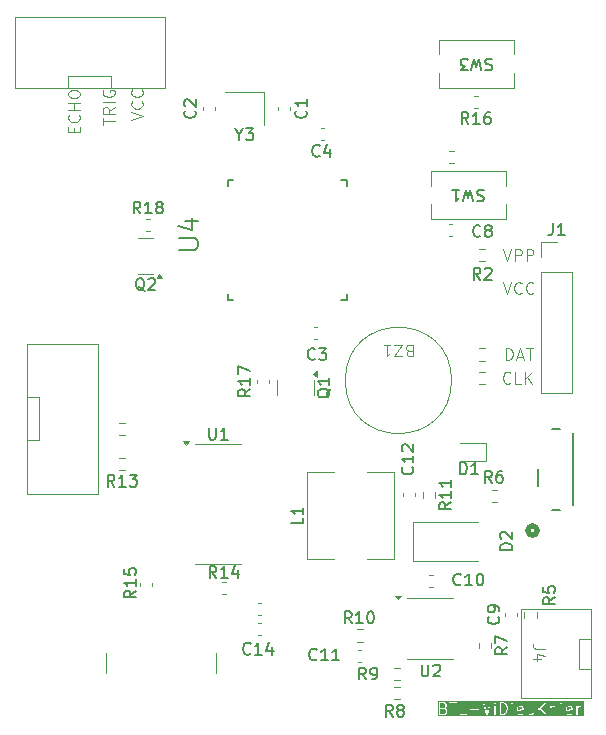
<source format=gbr>
%TF.GenerationSoftware,KiCad,Pcbnew,8.0.4*%
%TF.CreationDate,2025-03-11T16:32:05+07:00*%
%TF.ProjectId,Hoang_Trung_An_BTL,486f616e-675f-4547-9275-6e675f416e5f,rev?*%
%TF.SameCoordinates,Original*%
%TF.FileFunction,Legend,Top*%
%TF.FilePolarity,Positive*%
%FSLAX46Y46*%
G04 Gerber Fmt 4.6, Leading zero omitted, Abs format (unit mm)*
G04 Created by KiCad (PCBNEW 8.0.4) date 2025-03-11 16:32:05*
%MOMM*%
%LPD*%
G01*
G04 APERTURE LIST*
%ADD10C,0.100000*%
%ADD11C,0.150000*%
%ADD12C,0.120000*%
%ADD13C,0.152400*%
%ADD14C,0.508000*%
G04 APERTURE END LIST*
D10*
X226075312Y-92477180D02*
X226027693Y-92524800D01*
X226027693Y-92524800D02*
X225884836Y-92572419D01*
X225884836Y-92572419D02*
X225789598Y-92572419D01*
X225789598Y-92572419D02*
X225646741Y-92524800D01*
X225646741Y-92524800D02*
X225551503Y-92429561D01*
X225551503Y-92429561D02*
X225503884Y-92334323D01*
X225503884Y-92334323D02*
X225456265Y-92143847D01*
X225456265Y-92143847D02*
X225456265Y-92000990D01*
X225456265Y-92000990D02*
X225503884Y-91810514D01*
X225503884Y-91810514D02*
X225551503Y-91715276D01*
X225551503Y-91715276D02*
X225646741Y-91620038D01*
X225646741Y-91620038D02*
X225789598Y-91572419D01*
X225789598Y-91572419D02*
X225884836Y-91572419D01*
X225884836Y-91572419D02*
X226027693Y-91620038D01*
X226027693Y-91620038D02*
X226075312Y-91667657D01*
X226980074Y-92572419D02*
X226503884Y-92572419D01*
X226503884Y-92572419D02*
X226503884Y-91572419D01*
X227313408Y-92572419D02*
X227313408Y-91572419D01*
X227884836Y-92572419D02*
X227456265Y-92000990D01*
X227884836Y-91572419D02*
X227313408Y-92143847D01*
X225703884Y-90572419D02*
X225703884Y-89572419D01*
X225703884Y-89572419D02*
X225941979Y-89572419D01*
X225941979Y-89572419D02*
X226084836Y-89620038D01*
X226084836Y-89620038D02*
X226180074Y-89715276D01*
X226180074Y-89715276D02*
X226227693Y-89810514D01*
X226227693Y-89810514D02*
X226275312Y-90000990D01*
X226275312Y-90000990D02*
X226275312Y-90143847D01*
X226275312Y-90143847D02*
X226227693Y-90334323D01*
X226227693Y-90334323D02*
X226180074Y-90429561D01*
X226180074Y-90429561D02*
X226084836Y-90524800D01*
X226084836Y-90524800D02*
X225941979Y-90572419D01*
X225941979Y-90572419D02*
X225703884Y-90572419D01*
X226656265Y-90286704D02*
X227132455Y-90286704D01*
X226561027Y-90572419D02*
X226894360Y-89572419D01*
X226894360Y-89572419D02*
X227227693Y-90572419D01*
X227418170Y-89572419D02*
X227989598Y-89572419D01*
X227703884Y-90572419D02*
X227703884Y-89572419D01*
X225461027Y-83972419D02*
X225794360Y-84972419D01*
X225794360Y-84972419D02*
X226127693Y-83972419D01*
X227032455Y-84877180D02*
X226984836Y-84924800D01*
X226984836Y-84924800D02*
X226841979Y-84972419D01*
X226841979Y-84972419D02*
X226746741Y-84972419D01*
X226746741Y-84972419D02*
X226603884Y-84924800D01*
X226603884Y-84924800D02*
X226508646Y-84829561D01*
X226508646Y-84829561D02*
X226461027Y-84734323D01*
X226461027Y-84734323D02*
X226413408Y-84543847D01*
X226413408Y-84543847D02*
X226413408Y-84400990D01*
X226413408Y-84400990D02*
X226461027Y-84210514D01*
X226461027Y-84210514D02*
X226508646Y-84115276D01*
X226508646Y-84115276D02*
X226603884Y-84020038D01*
X226603884Y-84020038D02*
X226746741Y-83972419D01*
X226746741Y-83972419D02*
X226841979Y-83972419D01*
X226841979Y-83972419D02*
X226984836Y-84020038D01*
X226984836Y-84020038D02*
X227032455Y-84067657D01*
X228032455Y-84877180D02*
X227984836Y-84924800D01*
X227984836Y-84924800D02*
X227841979Y-84972419D01*
X227841979Y-84972419D02*
X227746741Y-84972419D01*
X227746741Y-84972419D02*
X227603884Y-84924800D01*
X227603884Y-84924800D02*
X227508646Y-84829561D01*
X227508646Y-84829561D02*
X227461027Y-84734323D01*
X227461027Y-84734323D02*
X227413408Y-84543847D01*
X227413408Y-84543847D02*
X227413408Y-84400990D01*
X227413408Y-84400990D02*
X227461027Y-84210514D01*
X227461027Y-84210514D02*
X227508646Y-84115276D01*
X227508646Y-84115276D02*
X227603884Y-84020038D01*
X227603884Y-84020038D02*
X227746741Y-83972419D01*
X227746741Y-83972419D02*
X227841979Y-83972419D01*
X227841979Y-83972419D02*
X227984836Y-84020038D01*
X227984836Y-84020038D02*
X228032455Y-84067657D01*
G36*
X220553065Y-120139929D02*
G01*
X220586600Y-120173465D01*
X220625312Y-120250888D01*
X220625312Y-120370138D01*
X220586600Y-120447561D01*
X220550454Y-120483708D01*
X220473033Y-120522419D01*
X220153884Y-120522419D01*
X220153884Y-120098609D01*
X220429104Y-120098609D01*
X220553065Y-120139929D01*
G37*
G36*
X220502837Y-119661130D02*
G01*
X220538981Y-119697275D01*
X220577693Y-119774698D01*
X220577693Y-119846329D01*
X220538981Y-119923752D01*
X220502837Y-119959897D01*
X220425414Y-119998609D01*
X220153884Y-119998609D01*
X220153884Y-119622419D01*
X220425414Y-119622419D01*
X220502837Y-119661130D01*
G37*
G36*
X225600684Y-119663739D02*
G01*
X225681837Y-119744892D01*
X225723374Y-119827966D01*
X225768169Y-120007145D01*
X225768169Y-120137692D01*
X225723374Y-120316870D01*
X225681837Y-120399944D01*
X225600683Y-120481098D01*
X225476723Y-120522419D01*
X225296741Y-120522419D01*
X225296741Y-119622419D01*
X225476723Y-119622419D01*
X225600684Y-119663739D01*
G37*
G36*
X227066615Y-119990638D02*
G01*
X227101502Y-120060412D01*
X227101502Y-120102856D01*
X226725312Y-120178094D01*
X226725312Y-120060412D01*
X226760198Y-119990638D01*
X226829973Y-119955752D01*
X226996842Y-119955752D01*
X227066615Y-119990638D01*
G37*
G36*
X231209472Y-119990638D02*
G01*
X231244359Y-120060412D01*
X231244359Y-120102856D01*
X230868169Y-120178094D01*
X230868169Y-120060412D01*
X230903055Y-119990638D01*
X230972830Y-119955752D01*
X231139699Y-119955752D01*
X231209472Y-119990638D01*
G37*
G36*
X232312613Y-120733530D02*
G01*
X219942773Y-120733530D01*
X219942773Y-119572419D01*
X220053884Y-119572419D01*
X220053884Y-120572419D01*
X220057690Y-120591553D01*
X220084750Y-120618613D01*
X220103884Y-120622419D01*
X220484836Y-120622419D01*
X220487292Y-120621930D01*
X220488381Y-120622293D01*
X220496108Y-120620176D01*
X220503970Y-120618613D01*
X220504781Y-120617801D01*
X220507197Y-120617140D01*
X220602434Y-120569522D01*
X220608761Y-120564611D01*
X220615430Y-120560155D01*
X220663049Y-120512535D01*
X220667502Y-120505869D01*
X220672414Y-120499541D01*
X220720033Y-120404303D01*
X220720694Y-120401887D01*
X220721506Y-120401076D01*
X220723069Y-120393214D01*
X220725186Y-120385487D01*
X220724823Y-120384398D01*
X220725312Y-120381942D01*
X220725312Y-120239085D01*
X220724823Y-120236628D01*
X220725186Y-120235540D01*
X220723069Y-120227812D01*
X220721506Y-120219951D01*
X220720694Y-120219139D01*
X220720033Y-120216724D01*
X220672414Y-120121486D01*
X220667502Y-120115157D01*
X220663048Y-120108491D01*
X220615429Y-120060873D01*
X220613346Y-120059481D01*
X220612833Y-120058455D01*
X220605872Y-120054487D01*
X220599208Y-120050034D01*
X220598060Y-120050034D01*
X220595885Y-120048794D01*
X220564724Y-120038407D01*
X220567810Y-120036345D01*
X220615429Y-119988727D01*
X220619883Y-119982060D01*
X220624795Y-119975732D01*
X220672414Y-119880494D01*
X220673075Y-119878078D01*
X220673887Y-119877267D01*
X220675450Y-119869405D01*
X220677567Y-119861678D01*
X220677204Y-119860589D01*
X220677693Y-119858133D01*
X220677693Y-119762895D01*
X220677204Y-119760438D01*
X220677567Y-119759350D01*
X220675450Y-119751622D01*
X220673887Y-119743761D01*
X220673075Y-119742949D01*
X220672414Y-119740534D01*
X220624795Y-119645296D01*
X220619883Y-119638967D01*
X220615429Y-119632301D01*
X220567810Y-119584683D01*
X220561148Y-119580231D01*
X220554815Y-119575316D01*
X220510753Y-119553285D01*
X220914833Y-119553285D01*
X220914833Y-119591553D01*
X220941893Y-119618613D01*
X220961027Y-119622419D01*
X221196741Y-119622419D01*
X221196741Y-120572419D01*
X221200547Y-120591553D01*
X221227607Y-120618613D01*
X221265875Y-120618613D01*
X221292935Y-120591553D01*
X221296741Y-120572419D01*
X221296741Y-119622419D01*
X221532455Y-119622419D01*
X221551589Y-119618613D01*
X221578649Y-119591553D01*
X221578649Y-119572419D01*
X221815789Y-119572419D01*
X221815789Y-120572419D01*
X221819595Y-120591553D01*
X221846655Y-120618613D01*
X221865789Y-120622419D01*
X222341979Y-120622419D01*
X222361113Y-120618613D01*
X222388173Y-120591553D01*
X222388173Y-120553285D01*
X222361113Y-120526225D01*
X222341979Y-120522419D01*
X221915789Y-120522419D01*
X221915789Y-120172332D01*
X222629119Y-120172332D01*
X222629119Y-120210600D01*
X222656179Y-120237660D01*
X222675313Y-120241466D01*
X223437218Y-120241466D01*
X223456352Y-120237660D01*
X223483412Y-120210600D01*
X223483412Y-120172332D01*
X223456352Y-120145272D01*
X223437218Y-120141466D01*
X222675313Y-120141466D01*
X222656179Y-120145272D01*
X222629119Y-120172332D01*
X221915789Y-120172332D01*
X221915789Y-119572419D01*
X221915084Y-119568875D01*
X223720677Y-119568875D01*
X223723117Y-119588230D01*
X224056450Y-120588230D01*
X224066111Y-120605178D01*
X224069452Y-120606848D01*
X224071124Y-120610192D01*
X224086166Y-120615205D01*
X224100340Y-120622293D01*
X224103883Y-120621111D01*
X224107428Y-120622293D01*
X224121607Y-120615203D01*
X224136644Y-120610191D01*
X224138314Y-120606850D01*
X224141657Y-120605179D01*
X224151318Y-120588230D01*
X224378811Y-119905752D01*
X224720551Y-119905752D01*
X224720551Y-120572419D01*
X224724357Y-120591553D01*
X224751417Y-120618613D01*
X224789685Y-120618613D01*
X224816745Y-120591553D01*
X224820551Y-120572419D01*
X224820551Y-119905752D01*
X224816745Y-119886618D01*
X224789685Y-119859558D01*
X224751417Y-119859558D01*
X224724357Y-119886618D01*
X224720551Y-119905752D01*
X224378811Y-119905752D01*
X224480427Y-119600904D01*
X224676738Y-119600904D01*
X224676738Y-119639172D01*
X224687577Y-119655393D01*
X224735195Y-119703012D01*
X224751416Y-119713851D01*
X224751417Y-119713851D01*
X224789685Y-119713851D01*
X224805906Y-119703012D01*
X224853525Y-119655394D01*
X224864364Y-119639173D01*
X224864364Y-119600904D01*
X224864364Y-119600903D01*
X224853525Y-119584682D01*
X224841262Y-119572419D01*
X225196741Y-119572419D01*
X225196741Y-120572419D01*
X225200547Y-120591553D01*
X225227607Y-120618613D01*
X225246741Y-120622419D01*
X225484836Y-120622419D01*
X225492698Y-120620855D01*
X225500647Y-120619853D01*
X225643504Y-120572234D01*
X225645679Y-120570994D01*
X225646828Y-120570994D01*
X225653498Y-120566536D01*
X225660452Y-120562573D01*
X225660964Y-120561547D01*
X225663049Y-120560155D01*
X225758287Y-120464916D01*
X225762740Y-120458250D01*
X225767652Y-120451922D01*
X225815271Y-120356684D01*
X225816717Y-120351402D01*
X225819057Y-120346450D01*
X225866676Y-120155974D01*
X225866973Y-120149856D01*
X225868169Y-120143847D01*
X225868169Y-120000990D01*
X225866973Y-119994980D01*
X225866676Y-119988863D01*
X225845898Y-119905752D01*
X226196741Y-119905752D01*
X226196741Y-120572419D01*
X226200547Y-120591553D01*
X226227607Y-120618613D01*
X226265875Y-120618613D01*
X226292935Y-120591553D01*
X226296741Y-120572419D01*
X226296741Y-120048609D01*
X226625312Y-120048609D01*
X226625312Y-120429561D01*
X226625800Y-120432017D01*
X226625438Y-120433105D01*
X226627553Y-120440829D01*
X226629118Y-120448695D01*
X226629929Y-120449506D01*
X226630591Y-120451921D01*
X226678209Y-120547160D01*
X226684312Y-120555024D01*
X226685158Y-120557560D01*
X226687981Y-120559751D01*
X226690171Y-120562572D01*
X226692704Y-120563416D01*
X226700570Y-120569521D01*
X226795808Y-120617140D01*
X226798223Y-120617801D01*
X226799035Y-120618613D01*
X226806896Y-120620176D01*
X226814624Y-120622293D01*
X226815712Y-120621930D01*
X226818169Y-120622419D01*
X227008645Y-120622419D01*
X227011101Y-120621930D01*
X227012190Y-120622293D01*
X227019917Y-120620176D01*
X227027779Y-120618613D01*
X227028590Y-120617801D01*
X227031006Y-120617140D01*
X227126243Y-120569522D01*
X227141655Y-120557560D01*
X227153757Y-120521256D01*
X227136643Y-120487028D01*
X227100338Y-120474926D01*
X227081522Y-120480079D01*
X226996842Y-120522419D01*
X226829973Y-120522419D01*
X226760198Y-120487532D01*
X226725312Y-120417759D01*
X226725312Y-120280075D01*
X227161307Y-120192876D01*
X227168132Y-120190041D01*
X227170636Y-120190041D01*
X227172415Y-120188261D01*
X227179323Y-120185392D01*
X227187399Y-120173278D01*
X227197696Y-120162981D01*
X227199155Y-120155643D01*
X227200551Y-120153550D01*
X227200060Y-120151095D01*
X227201502Y-120143847D01*
X227201502Y-120048609D01*
X227201013Y-120046152D01*
X227201376Y-120045064D01*
X227199259Y-120037336D01*
X227197696Y-120029475D01*
X227196884Y-120028663D01*
X227196223Y-120026248D01*
X227148604Y-119931010D01*
X227142499Y-119923144D01*
X227141655Y-119920611D01*
X227138834Y-119918421D01*
X227136643Y-119915598D01*
X227134107Y-119914752D01*
X227126243Y-119908649D01*
X227120449Y-119905752D01*
X227530074Y-119905752D01*
X227530074Y-120429561D01*
X227530562Y-120432017D01*
X227530200Y-120433105D01*
X227532315Y-120440829D01*
X227533880Y-120448695D01*
X227534691Y-120449506D01*
X227535353Y-120451921D01*
X227582971Y-120547160D01*
X227589074Y-120555024D01*
X227589920Y-120557560D01*
X227592743Y-120559751D01*
X227594933Y-120562572D01*
X227597466Y-120563416D01*
X227605332Y-120569521D01*
X227700570Y-120617140D01*
X227702985Y-120617801D01*
X227703797Y-120618613D01*
X227711658Y-120620176D01*
X227719386Y-120622293D01*
X227720474Y-120621930D01*
X227722931Y-120622419D01*
X227865788Y-120622419D01*
X227868244Y-120621930D01*
X227869333Y-120622293D01*
X227877060Y-120620176D01*
X227884922Y-120618613D01*
X227885733Y-120617801D01*
X227888149Y-120617140D01*
X227960358Y-120581035D01*
X227962451Y-120591553D01*
X227989511Y-120618613D01*
X228027779Y-120618613D01*
X228054839Y-120591553D01*
X228058645Y-120572419D01*
X228058645Y-119905752D01*
X228054839Y-119886618D01*
X228027779Y-119859558D01*
X227989511Y-119859558D01*
X227962451Y-119886618D01*
X227958645Y-119905752D01*
X227958645Y-120456469D01*
X227931406Y-120483708D01*
X227853985Y-120522419D01*
X227734735Y-120522419D01*
X227664960Y-120487532D01*
X227630074Y-120417759D01*
X227630074Y-119905752D01*
X227626268Y-119886618D01*
X227599208Y-119859558D01*
X227560940Y-119859558D01*
X227533880Y-119886618D01*
X227530074Y-119905752D01*
X227120449Y-119905752D01*
X227031006Y-119861031D01*
X227028590Y-119860369D01*
X227027779Y-119859558D01*
X227019917Y-119857994D01*
X227012190Y-119855878D01*
X227011101Y-119856240D01*
X227008645Y-119855752D01*
X226818169Y-119855752D01*
X226815712Y-119856240D01*
X226814624Y-119855878D01*
X226806896Y-119857994D01*
X226799035Y-119859558D01*
X226798223Y-119860369D01*
X226795808Y-119861031D01*
X226700570Y-119908650D01*
X226692704Y-119914754D01*
X226690171Y-119915599D01*
X226687981Y-119918419D01*
X226685158Y-119920611D01*
X226684312Y-119923146D01*
X226678209Y-119931011D01*
X226630591Y-120026248D01*
X226629929Y-120028663D01*
X226629118Y-120029475D01*
X226627554Y-120037336D01*
X226625438Y-120045064D01*
X226625800Y-120046152D01*
X226625312Y-120048609D01*
X226296741Y-120048609D01*
X226296741Y-119905752D01*
X226292935Y-119886618D01*
X226265875Y-119859558D01*
X226227607Y-119859558D01*
X226200547Y-119886618D01*
X226196741Y-119905752D01*
X225845898Y-119905752D01*
X225819057Y-119798387D01*
X225816717Y-119793434D01*
X225815271Y-119788153D01*
X225767652Y-119692915D01*
X225762736Y-119686580D01*
X225758286Y-119679921D01*
X225679269Y-119600904D01*
X226152928Y-119600904D01*
X226152928Y-119639172D01*
X226163767Y-119655393D01*
X226211385Y-119703012D01*
X226227606Y-119713851D01*
X226227607Y-119713851D01*
X226265875Y-119713851D01*
X226282096Y-119703012D01*
X226329715Y-119655394D01*
X226340554Y-119639173D01*
X226340554Y-119600904D01*
X226340554Y-119600903D01*
X226329715Y-119584682D01*
X226317452Y-119572419D01*
X228434836Y-119572419D01*
X228434836Y-120572419D01*
X228438642Y-120591553D01*
X228465702Y-120618613D01*
X228503970Y-120618613D01*
X228531030Y-120591553D01*
X228534836Y-120572419D01*
X228534836Y-120164557D01*
X228622282Y-120077110D01*
X229016264Y-120602419D01*
X229030789Y-120615443D01*
X229068673Y-120620855D01*
X229099288Y-120597894D01*
X229104700Y-120560010D01*
X229096264Y-120542419D01*
X228693711Y-120005681D01*
X229091619Y-119607774D01*
X229102458Y-119591553D01*
X229102458Y-119572419D01*
X229434836Y-119572419D01*
X229434836Y-120572419D01*
X229438642Y-120591553D01*
X229465702Y-120618613D01*
X229503970Y-120618613D01*
X229531030Y-120591553D01*
X229534836Y-120572419D01*
X229534836Y-120021700D01*
X229562073Y-119994463D01*
X229639497Y-119955752D01*
X229758747Y-119955752D01*
X229828520Y-119990638D01*
X229863407Y-120060412D01*
X229863407Y-120572419D01*
X229867213Y-120591553D01*
X229894273Y-120618613D01*
X229932541Y-120618613D01*
X229959601Y-120591553D01*
X229963407Y-120572419D01*
X229963407Y-120048609D01*
X229962918Y-120046152D01*
X229963281Y-120045064D01*
X229961164Y-120037336D01*
X229959601Y-120029475D01*
X229958789Y-120028663D01*
X229958128Y-120026248D01*
X229910509Y-119931010D01*
X229904404Y-119923144D01*
X229903560Y-119920611D01*
X229900739Y-119918421D01*
X229898548Y-119915598D01*
X229896012Y-119914752D01*
X229888148Y-119908649D01*
X229882354Y-119905752D01*
X230339598Y-119905752D01*
X230339598Y-120572419D01*
X230343404Y-120591553D01*
X230370464Y-120618613D01*
X230408732Y-120618613D01*
X230435792Y-120591553D01*
X230439598Y-120572419D01*
X230439598Y-120048609D01*
X230768169Y-120048609D01*
X230768169Y-120429561D01*
X230768657Y-120432017D01*
X230768295Y-120433105D01*
X230770410Y-120440829D01*
X230771975Y-120448695D01*
X230772786Y-120449506D01*
X230773448Y-120451921D01*
X230821066Y-120547160D01*
X230827169Y-120555024D01*
X230828015Y-120557560D01*
X230830838Y-120559751D01*
X230833028Y-120562572D01*
X230835561Y-120563416D01*
X230843427Y-120569521D01*
X230938665Y-120617140D01*
X230941080Y-120617801D01*
X230941892Y-120618613D01*
X230949753Y-120620176D01*
X230957481Y-120622293D01*
X230958569Y-120621930D01*
X230961026Y-120622419D01*
X231151502Y-120622419D01*
X231153958Y-120621930D01*
X231155047Y-120622293D01*
X231162774Y-120620176D01*
X231170636Y-120618613D01*
X231171447Y-120617801D01*
X231173863Y-120617140D01*
X231269100Y-120569522D01*
X231284512Y-120557560D01*
X231296614Y-120521256D01*
X231279500Y-120487028D01*
X231243195Y-120474926D01*
X231224379Y-120480079D01*
X231139699Y-120522419D01*
X230972830Y-120522419D01*
X230903055Y-120487532D01*
X230868169Y-120417759D01*
X230868169Y-120280075D01*
X231304164Y-120192876D01*
X231310989Y-120190041D01*
X231313493Y-120190041D01*
X231315272Y-120188261D01*
X231322180Y-120185392D01*
X231330256Y-120173278D01*
X231340553Y-120162981D01*
X231342012Y-120155643D01*
X231343408Y-120153550D01*
X231342917Y-120151095D01*
X231344359Y-120143847D01*
X231344359Y-120048609D01*
X231343870Y-120046152D01*
X231344233Y-120045064D01*
X231342116Y-120037336D01*
X231340553Y-120029475D01*
X231339741Y-120028663D01*
X231339080Y-120026248D01*
X231291461Y-119931010D01*
X231285356Y-119923144D01*
X231284512Y-119920611D01*
X231281691Y-119918421D01*
X231279500Y-119915598D01*
X231276964Y-119914752D01*
X231269100Y-119908649D01*
X231263306Y-119905752D01*
X231672931Y-119905752D01*
X231672931Y-120572419D01*
X231676737Y-120591553D01*
X231703797Y-120618613D01*
X231742065Y-120618613D01*
X231769125Y-120591553D01*
X231772931Y-120572419D01*
X231772931Y-120021700D01*
X231800168Y-119994463D01*
X231877592Y-119955752D01*
X231996842Y-119955752D01*
X232066615Y-119990638D01*
X232101502Y-120060412D01*
X232101502Y-120572419D01*
X232105308Y-120591553D01*
X232132368Y-120618613D01*
X232170636Y-120618613D01*
X232197696Y-120591553D01*
X232201502Y-120572419D01*
X232201502Y-120048609D01*
X232201013Y-120046152D01*
X232201376Y-120045064D01*
X232199259Y-120037336D01*
X232197696Y-120029475D01*
X232196884Y-120028663D01*
X232196223Y-120026248D01*
X232148604Y-119931010D01*
X232142499Y-119923144D01*
X232141655Y-119920611D01*
X232138834Y-119918421D01*
X232136643Y-119915598D01*
X232134107Y-119914752D01*
X232126243Y-119908649D01*
X232031006Y-119861031D01*
X232028590Y-119860369D01*
X232027779Y-119859558D01*
X232019917Y-119857994D01*
X232012190Y-119855878D01*
X232011101Y-119856240D01*
X232008645Y-119855752D01*
X231865788Y-119855752D01*
X231863331Y-119856240D01*
X231862243Y-119855878D01*
X231854515Y-119857994D01*
X231846654Y-119859558D01*
X231845842Y-119860369D01*
X231843427Y-119861031D01*
X231771217Y-119897135D01*
X231769125Y-119886618D01*
X231742065Y-119859558D01*
X231703797Y-119859558D01*
X231676737Y-119886618D01*
X231672931Y-119905752D01*
X231263306Y-119905752D01*
X231173863Y-119861031D01*
X231171447Y-119860369D01*
X231170636Y-119859558D01*
X231162774Y-119857994D01*
X231155047Y-119855878D01*
X231153958Y-119856240D01*
X231151502Y-119855752D01*
X230961026Y-119855752D01*
X230958569Y-119856240D01*
X230957481Y-119855878D01*
X230949753Y-119857994D01*
X230941892Y-119859558D01*
X230941080Y-119860369D01*
X230938665Y-119861031D01*
X230843427Y-119908650D01*
X230835561Y-119914754D01*
X230833028Y-119915599D01*
X230830838Y-119918419D01*
X230828015Y-119920611D01*
X230827169Y-119923146D01*
X230821066Y-119931011D01*
X230773448Y-120026248D01*
X230772786Y-120028663D01*
X230771975Y-120029475D01*
X230770411Y-120037336D01*
X230768295Y-120045064D01*
X230768657Y-120046152D01*
X230768169Y-120048609D01*
X230439598Y-120048609D01*
X230439598Y-119905752D01*
X230435792Y-119886618D01*
X230408732Y-119859558D01*
X230370464Y-119859558D01*
X230343404Y-119886618D01*
X230339598Y-119905752D01*
X229882354Y-119905752D01*
X229792911Y-119861031D01*
X229790495Y-119860369D01*
X229789684Y-119859558D01*
X229781822Y-119857994D01*
X229774095Y-119855878D01*
X229773006Y-119856240D01*
X229770550Y-119855752D01*
X229627693Y-119855752D01*
X229625236Y-119856240D01*
X229624148Y-119855878D01*
X229616420Y-119857994D01*
X229608559Y-119859558D01*
X229607747Y-119860369D01*
X229605332Y-119861031D01*
X229534836Y-119896279D01*
X229534836Y-119600904D01*
X230295785Y-119600904D01*
X230295785Y-119639172D01*
X230306624Y-119655393D01*
X230354242Y-119703012D01*
X230370463Y-119713851D01*
X230370464Y-119713851D01*
X230408732Y-119713851D01*
X230424953Y-119703012D01*
X230472572Y-119655394D01*
X230483411Y-119639173D01*
X230483411Y-119600904D01*
X230483411Y-119600903D01*
X230472572Y-119584682D01*
X230424953Y-119537064D01*
X230408732Y-119526225D01*
X230370463Y-119526225D01*
X230354242Y-119537064D01*
X230306624Y-119584683D01*
X230295786Y-119600903D01*
X230295785Y-119600904D01*
X229534836Y-119600904D01*
X229534836Y-119572419D01*
X229531030Y-119553285D01*
X229503970Y-119526225D01*
X229465702Y-119526225D01*
X229438642Y-119553285D01*
X229434836Y-119572419D01*
X229102458Y-119572419D01*
X229102458Y-119553285D01*
X229075398Y-119526225D01*
X229037130Y-119526225D01*
X229020909Y-119537064D01*
X228534836Y-120023137D01*
X228534836Y-119572419D01*
X228531030Y-119553285D01*
X228503970Y-119526225D01*
X228465702Y-119526225D01*
X228438642Y-119553285D01*
X228434836Y-119572419D01*
X226317452Y-119572419D01*
X226282096Y-119537064D01*
X226265875Y-119526225D01*
X226227606Y-119526225D01*
X226211385Y-119537064D01*
X226163767Y-119584683D01*
X226152929Y-119600903D01*
X226152928Y-119600904D01*
X225679269Y-119600904D01*
X225663048Y-119584683D01*
X225660965Y-119583291D01*
X225660452Y-119582265D01*
X225653491Y-119578297D01*
X225646827Y-119573844D01*
X225645679Y-119573844D01*
X225643504Y-119572604D01*
X225500647Y-119524985D01*
X225492698Y-119523982D01*
X225484836Y-119522419D01*
X225246741Y-119522419D01*
X225227607Y-119526225D01*
X225200547Y-119553285D01*
X225196741Y-119572419D01*
X224841262Y-119572419D01*
X224805906Y-119537064D01*
X224789685Y-119526225D01*
X224751416Y-119526225D01*
X224735195Y-119537064D01*
X224687577Y-119584683D01*
X224676739Y-119600903D01*
X224676738Y-119600904D01*
X224480427Y-119600904D01*
X224484651Y-119588231D01*
X224487091Y-119568875D01*
X224469977Y-119534647D01*
X224433673Y-119522545D01*
X224399444Y-119539660D01*
X224389783Y-119556608D01*
X224103884Y-120414305D01*
X223817985Y-119556608D01*
X223808324Y-119539659D01*
X223774095Y-119522545D01*
X223737791Y-119534646D01*
X223720677Y-119568875D01*
X221915084Y-119568875D01*
X221911983Y-119553285D01*
X221884923Y-119526225D01*
X221846655Y-119526225D01*
X221819595Y-119553285D01*
X221815789Y-119572419D01*
X221578649Y-119572419D01*
X221578649Y-119553285D01*
X221551589Y-119526225D01*
X221532455Y-119522419D01*
X220961027Y-119522419D01*
X220941893Y-119526225D01*
X220914833Y-119553285D01*
X220510753Y-119553285D01*
X220459578Y-119527698D01*
X220457162Y-119527036D01*
X220456351Y-119526225D01*
X220448489Y-119524661D01*
X220440762Y-119522545D01*
X220439673Y-119522907D01*
X220437217Y-119522419D01*
X220103884Y-119522419D01*
X220084750Y-119526225D01*
X220057690Y-119553285D01*
X220053884Y-119572419D01*
X219942773Y-119572419D01*
X219942773Y-119411308D01*
X232312613Y-119411308D01*
X232312613Y-120733530D01*
G37*
X225461027Y-81172419D02*
X225794360Y-82172419D01*
X225794360Y-82172419D02*
X226127693Y-81172419D01*
X226461027Y-82172419D02*
X226461027Y-81172419D01*
X226461027Y-81172419D02*
X226841979Y-81172419D01*
X226841979Y-81172419D02*
X226937217Y-81220038D01*
X226937217Y-81220038D02*
X226984836Y-81267657D01*
X226984836Y-81267657D02*
X227032455Y-81362895D01*
X227032455Y-81362895D02*
X227032455Y-81505752D01*
X227032455Y-81505752D02*
X226984836Y-81600990D01*
X226984836Y-81600990D02*
X226937217Y-81648609D01*
X226937217Y-81648609D02*
X226841979Y-81696228D01*
X226841979Y-81696228D02*
X226461027Y-81696228D01*
X227461027Y-82172419D02*
X227461027Y-81172419D01*
X227461027Y-81172419D02*
X227841979Y-81172419D01*
X227841979Y-81172419D02*
X227937217Y-81220038D01*
X227937217Y-81220038D02*
X227984836Y-81267657D01*
X227984836Y-81267657D02*
X228032455Y-81362895D01*
X228032455Y-81362895D02*
X228032455Y-81505752D01*
X228032455Y-81505752D02*
X227984836Y-81600990D01*
X227984836Y-81600990D02*
X227937217Y-81648609D01*
X227937217Y-81648609D02*
X227841979Y-81696228D01*
X227841979Y-81696228D02*
X227461027Y-81696228D01*
X189151390Y-71296115D02*
X189151390Y-70962782D01*
X188627580Y-70819925D02*
X188627580Y-71296115D01*
X188627580Y-71296115D02*
X189627580Y-71296115D01*
X189627580Y-71296115D02*
X189627580Y-70819925D01*
X188722819Y-69819925D02*
X188675200Y-69867544D01*
X188675200Y-69867544D02*
X188627580Y-70010401D01*
X188627580Y-70010401D02*
X188627580Y-70105639D01*
X188627580Y-70105639D02*
X188675200Y-70248496D01*
X188675200Y-70248496D02*
X188770438Y-70343734D01*
X188770438Y-70343734D02*
X188865676Y-70391353D01*
X188865676Y-70391353D02*
X189056152Y-70438972D01*
X189056152Y-70438972D02*
X189199009Y-70438972D01*
X189199009Y-70438972D02*
X189389485Y-70391353D01*
X189389485Y-70391353D02*
X189484723Y-70343734D01*
X189484723Y-70343734D02*
X189579961Y-70248496D01*
X189579961Y-70248496D02*
X189627580Y-70105639D01*
X189627580Y-70105639D02*
X189627580Y-70010401D01*
X189627580Y-70010401D02*
X189579961Y-69867544D01*
X189579961Y-69867544D02*
X189532342Y-69819925D01*
X188627580Y-69391353D02*
X189627580Y-69391353D01*
X189151390Y-69391353D02*
X189151390Y-68819925D01*
X188627580Y-68819925D02*
X189627580Y-68819925D01*
X189627580Y-68153258D02*
X189627580Y-67962782D01*
X189627580Y-67962782D02*
X189579961Y-67867544D01*
X189579961Y-67867544D02*
X189484723Y-67772306D01*
X189484723Y-67772306D02*
X189294247Y-67724687D01*
X189294247Y-67724687D02*
X188960914Y-67724687D01*
X188960914Y-67724687D02*
X188770438Y-67772306D01*
X188770438Y-67772306D02*
X188675200Y-67867544D01*
X188675200Y-67867544D02*
X188627580Y-67962782D01*
X188627580Y-67962782D02*
X188627580Y-68153258D01*
X188627580Y-68153258D02*
X188675200Y-68248496D01*
X188675200Y-68248496D02*
X188770438Y-68343734D01*
X188770438Y-68343734D02*
X188960914Y-68391353D01*
X188960914Y-68391353D02*
X189294247Y-68391353D01*
X189294247Y-68391353D02*
X189484723Y-68343734D01*
X189484723Y-68343734D02*
X189579961Y-68248496D01*
X189579961Y-68248496D02*
X189627580Y-68153258D01*
X191572419Y-70638972D02*
X191572419Y-70067544D01*
X192572419Y-70353258D02*
X191572419Y-70353258D01*
X192572419Y-69162782D02*
X192096228Y-69496115D01*
X192572419Y-69734210D02*
X191572419Y-69734210D01*
X191572419Y-69734210D02*
X191572419Y-69353258D01*
X191572419Y-69353258D02*
X191620038Y-69258020D01*
X191620038Y-69258020D02*
X191667657Y-69210401D01*
X191667657Y-69210401D02*
X191762895Y-69162782D01*
X191762895Y-69162782D02*
X191905752Y-69162782D01*
X191905752Y-69162782D02*
X192000990Y-69210401D01*
X192000990Y-69210401D02*
X192048609Y-69258020D01*
X192048609Y-69258020D02*
X192096228Y-69353258D01*
X192096228Y-69353258D02*
X192096228Y-69734210D01*
X192572419Y-68734210D02*
X191572419Y-68734210D01*
X191620038Y-67734211D02*
X191572419Y-67829449D01*
X191572419Y-67829449D02*
X191572419Y-67972306D01*
X191572419Y-67972306D02*
X191620038Y-68115163D01*
X191620038Y-68115163D02*
X191715276Y-68210401D01*
X191715276Y-68210401D02*
X191810514Y-68258020D01*
X191810514Y-68258020D02*
X192000990Y-68305639D01*
X192000990Y-68305639D02*
X192143847Y-68305639D01*
X192143847Y-68305639D02*
X192334323Y-68258020D01*
X192334323Y-68258020D02*
X192429561Y-68210401D01*
X192429561Y-68210401D02*
X192524800Y-68115163D01*
X192524800Y-68115163D02*
X192572419Y-67972306D01*
X192572419Y-67972306D02*
X192572419Y-67877068D01*
X192572419Y-67877068D02*
X192524800Y-67734211D01*
X192524800Y-67734211D02*
X192477180Y-67686592D01*
X192477180Y-67686592D02*
X192143847Y-67686592D01*
X192143847Y-67686592D02*
X192143847Y-67877068D01*
X193972419Y-70238972D02*
X194972419Y-69905639D01*
X194972419Y-69905639D02*
X193972419Y-69572306D01*
X194877180Y-68667544D02*
X194924800Y-68715163D01*
X194924800Y-68715163D02*
X194972419Y-68858020D01*
X194972419Y-68858020D02*
X194972419Y-68953258D01*
X194972419Y-68953258D02*
X194924800Y-69096115D01*
X194924800Y-69096115D02*
X194829561Y-69191353D01*
X194829561Y-69191353D02*
X194734323Y-69238972D01*
X194734323Y-69238972D02*
X194543847Y-69286591D01*
X194543847Y-69286591D02*
X194400990Y-69286591D01*
X194400990Y-69286591D02*
X194210514Y-69238972D01*
X194210514Y-69238972D02*
X194115276Y-69191353D01*
X194115276Y-69191353D02*
X194020038Y-69096115D01*
X194020038Y-69096115D02*
X193972419Y-68953258D01*
X193972419Y-68953258D02*
X193972419Y-68858020D01*
X193972419Y-68858020D02*
X194020038Y-68715163D01*
X194020038Y-68715163D02*
X194067657Y-68667544D01*
X194877180Y-67667544D02*
X194924800Y-67715163D01*
X194924800Y-67715163D02*
X194972419Y-67858020D01*
X194972419Y-67858020D02*
X194972419Y-67953258D01*
X194972419Y-67953258D02*
X194924800Y-68096115D01*
X194924800Y-68096115D02*
X194829561Y-68191353D01*
X194829561Y-68191353D02*
X194734323Y-68238972D01*
X194734323Y-68238972D02*
X194543847Y-68286591D01*
X194543847Y-68286591D02*
X194400990Y-68286591D01*
X194400990Y-68286591D02*
X194210514Y-68238972D01*
X194210514Y-68238972D02*
X194115276Y-68191353D01*
X194115276Y-68191353D02*
X194020038Y-68096115D01*
X194020038Y-68096115D02*
X193972419Y-67953258D01*
X193972419Y-67953258D02*
X193972419Y-67858020D01*
X193972419Y-67858020D02*
X194020038Y-67715163D01*
X194020038Y-67715163D02*
X194067657Y-67667544D01*
D11*
X225051580Y-112298566D02*
X225099200Y-112346185D01*
X225099200Y-112346185D02*
X225146819Y-112489042D01*
X225146819Y-112489042D02*
X225146819Y-112584280D01*
X225146819Y-112584280D02*
X225099200Y-112727137D01*
X225099200Y-112727137D02*
X225003961Y-112822375D01*
X225003961Y-112822375D02*
X224908723Y-112869994D01*
X224908723Y-112869994D02*
X224718247Y-112917613D01*
X224718247Y-112917613D02*
X224575390Y-112917613D01*
X224575390Y-112917613D02*
X224384914Y-112869994D01*
X224384914Y-112869994D02*
X224289676Y-112822375D01*
X224289676Y-112822375D02*
X224194438Y-112727137D01*
X224194438Y-112727137D02*
X224146819Y-112584280D01*
X224146819Y-112584280D02*
X224146819Y-112489042D01*
X224146819Y-112489042D02*
X224194438Y-112346185D01*
X224194438Y-112346185D02*
X224242057Y-112298566D01*
X225146819Y-111822375D02*
X225146819Y-111631899D01*
X225146819Y-111631899D02*
X225099200Y-111536661D01*
X225099200Y-111536661D02*
X225051580Y-111489042D01*
X225051580Y-111489042D02*
X224908723Y-111393804D01*
X224908723Y-111393804D02*
X224718247Y-111346185D01*
X224718247Y-111346185D02*
X224337295Y-111346185D01*
X224337295Y-111346185D02*
X224242057Y-111393804D01*
X224242057Y-111393804D02*
X224194438Y-111441423D01*
X224194438Y-111441423D02*
X224146819Y-111536661D01*
X224146819Y-111536661D02*
X224146819Y-111727137D01*
X224146819Y-111727137D02*
X224194438Y-111822375D01*
X224194438Y-111822375D02*
X224242057Y-111869994D01*
X224242057Y-111869994D02*
X224337295Y-111917613D01*
X224337295Y-111917613D02*
X224575390Y-111917613D01*
X224575390Y-111917613D02*
X224670628Y-111869994D01*
X224670628Y-111869994D02*
X224718247Y-111822375D01*
X224718247Y-111822375D02*
X224765866Y-111727137D01*
X224765866Y-111727137D02*
X224765866Y-111536661D01*
X224765866Y-111536661D02*
X224718247Y-111441423D01*
X224718247Y-111441423D02*
X224670628Y-111393804D01*
X224670628Y-111393804D02*
X224575390Y-111346185D01*
X224505333Y-100961719D02*
X224172000Y-100485528D01*
X223933905Y-100961719D02*
X223933905Y-99961719D01*
X223933905Y-99961719D02*
X224314857Y-99961719D01*
X224314857Y-99961719D02*
X224410095Y-100009338D01*
X224410095Y-100009338D02*
X224457714Y-100056957D01*
X224457714Y-100056957D02*
X224505333Y-100152195D01*
X224505333Y-100152195D02*
X224505333Y-100295052D01*
X224505333Y-100295052D02*
X224457714Y-100390290D01*
X224457714Y-100390290D02*
X224410095Y-100437909D01*
X224410095Y-100437909D02*
X224314857Y-100485528D01*
X224314857Y-100485528D02*
X223933905Y-100485528D01*
X225362476Y-99961719D02*
X225172000Y-99961719D01*
X225172000Y-99961719D02*
X225076762Y-100009338D01*
X225076762Y-100009338D02*
X225029143Y-100056957D01*
X225029143Y-100056957D02*
X224933905Y-100199814D01*
X224933905Y-100199814D02*
X224886286Y-100390290D01*
X224886286Y-100390290D02*
X224886286Y-100771242D01*
X224886286Y-100771242D02*
X224933905Y-100866480D01*
X224933905Y-100866480D02*
X224981524Y-100914100D01*
X224981524Y-100914100D02*
X225076762Y-100961719D01*
X225076762Y-100961719D02*
X225267238Y-100961719D01*
X225267238Y-100961719D02*
X225362476Y-100914100D01*
X225362476Y-100914100D02*
X225410095Y-100866480D01*
X225410095Y-100866480D02*
X225457714Y-100771242D01*
X225457714Y-100771242D02*
X225457714Y-100533147D01*
X225457714Y-100533147D02*
X225410095Y-100437909D01*
X225410095Y-100437909D02*
X225362476Y-100390290D01*
X225362476Y-100390290D02*
X225267238Y-100342671D01*
X225267238Y-100342671D02*
X225076762Y-100342671D01*
X225076762Y-100342671D02*
X224981524Y-100390290D01*
X224981524Y-100390290D02*
X224933905Y-100437909D01*
X224933905Y-100437909D02*
X224886286Y-100533147D01*
X210850057Y-92995238D02*
X210802438Y-93090476D01*
X210802438Y-93090476D02*
X210707200Y-93185714D01*
X210707200Y-93185714D02*
X210564342Y-93328571D01*
X210564342Y-93328571D02*
X210516723Y-93423809D01*
X210516723Y-93423809D02*
X210516723Y-93519047D01*
X210754819Y-93471428D02*
X210707200Y-93566666D01*
X210707200Y-93566666D02*
X210611961Y-93661904D01*
X210611961Y-93661904D02*
X210421485Y-93709523D01*
X210421485Y-93709523D02*
X210088152Y-93709523D01*
X210088152Y-93709523D02*
X209897676Y-93661904D01*
X209897676Y-93661904D02*
X209802438Y-93566666D01*
X209802438Y-93566666D02*
X209754819Y-93471428D01*
X209754819Y-93471428D02*
X209754819Y-93280952D01*
X209754819Y-93280952D02*
X209802438Y-93185714D01*
X209802438Y-93185714D02*
X209897676Y-93090476D01*
X209897676Y-93090476D02*
X210088152Y-93042857D01*
X210088152Y-93042857D02*
X210421485Y-93042857D01*
X210421485Y-93042857D02*
X210611961Y-93090476D01*
X210611961Y-93090476D02*
X210707200Y-93185714D01*
X210707200Y-93185714D02*
X210754819Y-93280952D01*
X210754819Y-93280952D02*
X210754819Y-93471428D01*
X210754819Y-92090476D02*
X210754819Y-92661904D01*
X210754819Y-92376190D02*
X209754819Y-92376190D01*
X209754819Y-92376190D02*
X209897676Y-92471428D01*
X209897676Y-92471428D02*
X209992914Y-92566666D01*
X209992914Y-92566666D02*
X210040533Y-92661904D01*
X204079142Y-115416480D02*
X204031523Y-115464100D01*
X204031523Y-115464100D02*
X203888666Y-115511719D01*
X203888666Y-115511719D02*
X203793428Y-115511719D01*
X203793428Y-115511719D02*
X203650571Y-115464100D01*
X203650571Y-115464100D02*
X203555333Y-115368861D01*
X203555333Y-115368861D02*
X203507714Y-115273623D01*
X203507714Y-115273623D02*
X203460095Y-115083147D01*
X203460095Y-115083147D02*
X203460095Y-114940290D01*
X203460095Y-114940290D02*
X203507714Y-114749814D01*
X203507714Y-114749814D02*
X203555333Y-114654576D01*
X203555333Y-114654576D02*
X203650571Y-114559338D01*
X203650571Y-114559338D02*
X203793428Y-114511719D01*
X203793428Y-114511719D02*
X203888666Y-114511719D01*
X203888666Y-114511719D02*
X204031523Y-114559338D01*
X204031523Y-114559338D02*
X204079142Y-114606957D01*
X205031523Y-115511719D02*
X204460095Y-115511719D01*
X204745809Y-115511719D02*
X204745809Y-114511719D01*
X204745809Y-114511719D02*
X204650571Y-114654576D01*
X204650571Y-114654576D02*
X204555333Y-114749814D01*
X204555333Y-114749814D02*
X204460095Y-114797433D01*
X205888666Y-114845052D02*
X205888666Y-115511719D01*
X205650571Y-114464100D02*
X205412476Y-115178385D01*
X205412476Y-115178385D02*
X206031523Y-115178385D01*
X218560095Y-116361719D02*
X218560095Y-117171242D01*
X218560095Y-117171242D02*
X218607714Y-117266480D01*
X218607714Y-117266480D02*
X218655333Y-117314100D01*
X218655333Y-117314100D02*
X218750571Y-117361719D01*
X218750571Y-117361719D02*
X218941047Y-117361719D01*
X218941047Y-117361719D02*
X219036285Y-117314100D01*
X219036285Y-117314100D02*
X219083904Y-117266480D01*
X219083904Y-117266480D02*
X219131523Y-117171242D01*
X219131523Y-117171242D02*
X219131523Y-116361719D01*
X219560095Y-116456957D02*
X219607714Y-116409338D01*
X219607714Y-116409338D02*
X219702952Y-116361719D01*
X219702952Y-116361719D02*
X219941047Y-116361719D01*
X219941047Y-116361719D02*
X220036285Y-116409338D01*
X220036285Y-116409338D02*
X220083904Y-116456957D01*
X220083904Y-116456957D02*
X220131523Y-116552195D01*
X220131523Y-116552195D02*
X220131523Y-116647433D01*
X220131523Y-116647433D02*
X220083904Y-116790290D01*
X220083904Y-116790290D02*
X219512476Y-117361719D01*
X219512476Y-117361719D02*
X220131523Y-117361719D01*
X213855333Y-117611719D02*
X213522000Y-117135528D01*
X213283905Y-117611719D02*
X213283905Y-116611719D01*
X213283905Y-116611719D02*
X213664857Y-116611719D01*
X213664857Y-116611719D02*
X213760095Y-116659338D01*
X213760095Y-116659338D02*
X213807714Y-116706957D01*
X213807714Y-116706957D02*
X213855333Y-116802195D01*
X213855333Y-116802195D02*
X213855333Y-116945052D01*
X213855333Y-116945052D02*
X213807714Y-117040290D01*
X213807714Y-117040290D02*
X213760095Y-117087909D01*
X213760095Y-117087909D02*
X213664857Y-117135528D01*
X213664857Y-117135528D02*
X213283905Y-117135528D01*
X214331524Y-117611719D02*
X214522000Y-117611719D01*
X214522000Y-117611719D02*
X214617238Y-117564100D01*
X214617238Y-117564100D02*
X214664857Y-117516480D01*
X214664857Y-117516480D02*
X214760095Y-117373623D01*
X214760095Y-117373623D02*
X214807714Y-117183147D01*
X214807714Y-117183147D02*
X214807714Y-116802195D01*
X214807714Y-116802195D02*
X214760095Y-116706957D01*
X214760095Y-116706957D02*
X214712476Y-116659338D01*
X214712476Y-116659338D02*
X214617238Y-116611719D01*
X214617238Y-116611719D02*
X214426762Y-116611719D01*
X214426762Y-116611719D02*
X214331524Y-116659338D01*
X214331524Y-116659338D02*
X214283905Y-116706957D01*
X214283905Y-116706957D02*
X214236286Y-116802195D01*
X214236286Y-116802195D02*
X214236286Y-117040290D01*
X214236286Y-117040290D02*
X214283905Y-117135528D01*
X214283905Y-117135528D02*
X214331524Y-117183147D01*
X214331524Y-117183147D02*
X214426762Y-117230766D01*
X214426762Y-117230766D02*
X214617238Y-117230766D01*
X214617238Y-117230766D02*
X214712476Y-117183147D01*
X214712476Y-117183147D02*
X214760095Y-117135528D01*
X214760095Y-117135528D02*
X214807714Y-117040290D01*
X209933333Y-73259580D02*
X209885714Y-73307200D01*
X209885714Y-73307200D02*
X209742857Y-73354819D01*
X209742857Y-73354819D02*
X209647619Y-73354819D01*
X209647619Y-73354819D02*
X209504762Y-73307200D01*
X209504762Y-73307200D02*
X209409524Y-73211961D01*
X209409524Y-73211961D02*
X209361905Y-73116723D01*
X209361905Y-73116723D02*
X209314286Y-72926247D01*
X209314286Y-72926247D02*
X209314286Y-72783390D01*
X209314286Y-72783390D02*
X209361905Y-72592914D01*
X209361905Y-72592914D02*
X209409524Y-72497676D01*
X209409524Y-72497676D02*
X209504762Y-72402438D01*
X209504762Y-72402438D02*
X209647619Y-72354819D01*
X209647619Y-72354819D02*
X209742857Y-72354819D01*
X209742857Y-72354819D02*
X209885714Y-72402438D01*
X209885714Y-72402438D02*
X209933333Y-72450057D01*
X210790476Y-72688152D02*
X210790476Y-73354819D01*
X210552381Y-72307200D02*
X210314286Y-73021485D01*
X210314286Y-73021485D02*
X210933333Y-73021485D01*
D10*
X228970080Y-115005466D02*
X228255795Y-115005466D01*
X228255795Y-115005466D02*
X228112938Y-114957847D01*
X228112938Y-114957847D02*
X228017700Y-114862609D01*
X228017700Y-114862609D02*
X227970080Y-114719752D01*
X227970080Y-114719752D02*
X227970080Y-114624514D01*
X228636747Y-115910228D02*
X227970080Y-115910228D01*
X229017700Y-115672133D02*
X228303414Y-115434038D01*
X228303414Y-115434038D02*
X228303414Y-116053085D01*
D11*
X194757142Y-78154819D02*
X194423809Y-77678628D01*
X194185714Y-78154819D02*
X194185714Y-77154819D01*
X194185714Y-77154819D02*
X194566666Y-77154819D01*
X194566666Y-77154819D02*
X194661904Y-77202438D01*
X194661904Y-77202438D02*
X194709523Y-77250057D01*
X194709523Y-77250057D02*
X194757142Y-77345295D01*
X194757142Y-77345295D02*
X194757142Y-77488152D01*
X194757142Y-77488152D02*
X194709523Y-77583390D01*
X194709523Y-77583390D02*
X194661904Y-77631009D01*
X194661904Y-77631009D02*
X194566666Y-77678628D01*
X194566666Y-77678628D02*
X194185714Y-77678628D01*
X195709523Y-78154819D02*
X195138095Y-78154819D01*
X195423809Y-78154819D02*
X195423809Y-77154819D01*
X195423809Y-77154819D02*
X195328571Y-77297676D01*
X195328571Y-77297676D02*
X195233333Y-77392914D01*
X195233333Y-77392914D02*
X195138095Y-77440533D01*
X196280952Y-77583390D02*
X196185714Y-77535771D01*
X196185714Y-77535771D02*
X196138095Y-77488152D01*
X196138095Y-77488152D02*
X196090476Y-77392914D01*
X196090476Y-77392914D02*
X196090476Y-77345295D01*
X196090476Y-77345295D02*
X196138095Y-77250057D01*
X196138095Y-77250057D02*
X196185714Y-77202438D01*
X196185714Y-77202438D02*
X196280952Y-77154819D01*
X196280952Y-77154819D02*
X196471428Y-77154819D01*
X196471428Y-77154819D02*
X196566666Y-77202438D01*
X196566666Y-77202438D02*
X196614285Y-77250057D01*
X196614285Y-77250057D02*
X196661904Y-77345295D01*
X196661904Y-77345295D02*
X196661904Y-77392914D01*
X196661904Y-77392914D02*
X196614285Y-77488152D01*
X196614285Y-77488152D02*
X196566666Y-77535771D01*
X196566666Y-77535771D02*
X196471428Y-77583390D01*
X196471428Y-77583390D02*
X196280952Y-77583390D01*
X196280952Y-77583390D02*
X196185714Y-77631009D01*
X196185714Y-77631009D02*
X196138095Y-77678628D01*
X196138095Y-77678628D02*
X196090476Y-77773866D01*
X196090476Y-77773866D02*
X196090476Y-77964342D01*
X196090476Y-77964342D02*
X196138095Y-78059580D01*
X196138095Y-78059580D02*
X196185714Y-78107200D01*
X196185714Y-78107200D02*
X196280952Y-78154819D01*
X196280952Y-78154819D02*
X196471428Y-78154819D01*
X196471428Y-78154819D02*
X196566666Y-78107200D01*
X196566666Y-78107200D02*
X196614285Y-78059580D01*
X196614285Y-78059580D02*
X196661904Y-77964342D01*
X196661904Y-77964342D02*
X196661904Y-77773866D01*
X196661904Y-77773866D02*
X196614285Y-77678628D01*
X196614285Y-77678628D02*
X196566666Y-77631009D01*
X196566666Y-77631009D02*
X196471428Y-77583390D01*
X221056819Y-102624757D02*
X220580628Y-102958090D01*
X221056819Y-103196185D02*
X220056819Y-103196185D01*
X220056819Y-103196185D02*
X220056819Y-102815233D01*
X220056819Y-102815233D02*
X220104438Y-102719995D01*
X220104438Y-102719995D02*
X220152057Y-102672376D01*
X220152057Y-102672376D02*
X220247295Y-102624757D01*
X220247295Y-102624757D02*
X220390152Y-102624757D01*
X220390152Y-102624757D02*
X220485390Y-102672376D01*
X220485390Y-102672376D02*
X220533009Y-102719995D01*
X220533009Y-102719995D02*
X220580628Y-102815233D01*
X220580628Y-102815233D02*
X220580628Y-103196185D01*
X221056819Y-101672376D02*
X221056819Y-102243804D01*
X221056819Y-101958090D02*
X220056819Y-101958090D01*
X220056819Y-101958090D02*
X220199676Y-102053328D01*
X220199676Y-102053328D02*
X220294914Y-102148566D01*
X220294914Y-102148566D02*
X220342533Y-102243804D01*
X221056819Y-100719995D02*
X221056819Y-101291423D01*
X221056819Y-101005709D02*
X220056819Y-101005709D01*
X220056819Y-101005709D02*
X220199676Y-101100947D01*
X220199676Y-101100947D02*
X220294914Y-101196185D01*
X220294914Y-101196185D02*
X220342533Y-101291423D01*
X200560095Y-96311719D02*
X200560095Y-97121242D01*
X200560095Y-97121242D02*
X200607714Y-97216480D01*
X200607714Y-97216480D02*
X200655333Y-97264100D01*
X200655333Y-97264100D02*
X200750571Y-97311719D01*
X200750571Y-97311719D02*
X200941047Y-97311719D01*
X200941047Y-97311719D02*
X201036285Y-97264100D01*
X201036285Y-97264100D02*
X201083904Y-97216480D01*
X201083904Y-97216480D02*
X201131523Y-97121242D01*
X201131523Y-97121242D02*
X201131523Y-96311719D01*
X202131523Y-97311719D02*
X201560095Y-97311719D01*
X201845809Y-97311719D02*
X201845809Y-96311719D01*
X201845809Y-96311719D02*
X201750571Y-96454576D01*
X201750571Y-96454576D02*
X201655333Y-96549814D01*
X201655333Y-96549814D02*
X201560095Y-96597433D01*
X229854819Y-110666666D02*
X229378628Y-110999999D01*
X229854819Y-111238094D02*
X228854819Y-111238094D01*
X228854819Y-111238094D02*
X228854819Y-110857142D01*
X228854819Y-110857142D02*
X228902438Y-110761904D01*
X228902438Y-110761904D02*
X228950057Y-110714285D01*
X228950057Y-110714285D02*
X229045295Y-110666666D01*
X229045295Y-110666666D02*
X229188152Y-110666666D01*
X229188152Y-110666666D02*
X229283390Y-110714285D01*
X229283390Y-110714285D02*
X229331009Y-110761904D01*
X229331009Y-110761904D02*
X229378628Y-110857142D01*
X229378628Y-110857142D02*
X229378628Y-111238094D01*
X228854819Y-109761904D02*
X228854819Y-110238094D01*
X228854819Y-110238094D02*
X229331009Y-110285713D01*
X229331009Y-110285713D02*
X229283390Y-110238094D01*
X229283390Y-110238094D02*
X229235771Y-110142856D01*
X229235771Y-110142856D02*
X229235771Y-109904761D01*
X229235771Y-109904761D02*
X229283390Y-109809523D01*
X229283390Y-109809523D02*
X229331009Y-109761904D01*
X229331009Y-109761904D02*
X229426247Y-109714285D01*
X229426247Y-109714285D02*
X229664342Y-109714285D01*
X229664342Y-109714285D02*
X229759580Y-109761904D01*
X229759580Y-109761904D02*
X229807200Y-109809523D01*
X229807200Y-109809523D02*
X229854819Y-109904761D01*
X229854819Y-109904761D02*
X229854819Y-110142856D01*
X229854819Y-110142856D02*
X229807200Y-110238094D01*
X229807200Y-110238094D02*
X229759580Y-110285713D01*
X204054819Y-93042857D02*
X203578628Y-93376190D01*
X204054819Y-93614285D02*
X203054819Y-93614285D01*
X203054819Y-93614285D02*
X203054819Y-93233333D01*
X203054819Y-93233333D02*
X203102438Y-93138095D01*
X203102438Y-93138095D02*
X203150057Y-93090476D01*
X203150057Y-93090476D02*
X203245295Y-93042857D01*
X203245295Y-93042857D02*
X203388152Y-93042857D01*
X203388152Y-93042857D02*
X203483390Y-93090476D01*
X203483390Y-93090476D02*
X203531009Y-93138095D01*
X203531009Y-93138095D02*
X203578628Y-93233333D01*
X203578628Y-93233333D02*
X203578628Y-93614285D01*
X204054819Y-92090476D02*
X204054819Y-92661904D01*
X204054819Y-92376190D02*
X203054819Y-92376190D01*
X203054819Y-92376190D02*
X203197676Y-92471428D01*
X203197676Y-92471428D02*
X203292914Y-92566666D01*
X203292914Y-92566666D02*
X203340533Y-92661904D01*
X203054819Y-91757142D02*
X203054819Y-91090476D01*
X203054819Y-91090476D02*
X204054819Y-91519047D01*
X223533333Y-80059580D02*
X223485714Y-80107200D01*
X223485714Y-80107200D02*
X223342857Y-80154819D01*
X223342857Y-80154819D02*
X223247619Y-80154819D01*
X223247619Y-80154819D02*
X223104762Y-80107200D01*
X223104762Y-80107200D02*
X223009524Y-80011961D01*
X223009524Y-80011961D02*
X222961905Y-79916723D01*
X222961905Y-79916723D02*
X222914286Y-79726247D01*
X222914286Y-79726247D02*
X222914286Y-79583390D01*
X222914286Y-79583390D02*
X222961905Y-79392914D01*
X222961905Y-79392914D02*
X223009524Y-79297676D01*
X223009524Y-79297676D02*
X223104762Y-79202438D01*
X223104762Y-79202438D02*
X223247619Y-79154819D01*
X223247619Y-79154819D02*
X223342857Y-79154819D01*
X223342857Y-79154819D02*
X223485714Y-79202438D01*
X223485714Y-79202438D02*
X223533333Y-79250057D01*
X224104762Y-79583390D02*
X224009524Y-79535771D01*
X224009524Y-79535771D02*
X223961905Y-79488152D01*
X223961905Y-79488152D02*
X223914286Y-79392914D01*
X223914286Y-79392914D02*
X223914286Y-79345295D01*
X223914286Y-79345295D02*
X223961905Y-79250057D01*
X223961905Y-79250057D02*
X224009524Y-79202438D01*
X224009524Y-79202438D02*
X224104762Y-79154819D01*
X224104762Y-79154819D02*
X224295238Y-79154819D01*
X224295238Y-79154819D02*
X224390476Y-79202438D01*
X224390476Y-79202438D02*
X224438095Y-79250057D01*
X224438095Y-79250057D02*
X224485714Y-79345295D01*
X224485714Y-79345295D02*
X224485714Y-79392914D01*
X224485714Y-79392914D02*
X224438095Y-79488152D01*
X224438095Y-79488152D02*
X224390476Y-79535771D01*
X224390476Y-79535771D02*
X224295238Y-79583390D01*
X224295238Y-79583390D02*
X224104762Y-79583390D01*
X224104762Y-79583390D02*
X224009524Y-79631009D01*
X224009524Y-79631009D02*
X223961905Y-79678628D01*
X223961905Y-79678628D02*
X223914286Y-79773866D01*
X223914286Y-79773866D02*
X223914286Y-79964342D01*
X223914286Y-79964342D02*
X223961905Y-80059580D01*
X223961905Y-80059580D02*
X224009524Y-80107200D01*
X224009524Y-80107200D02*
X224104762Y-80154819D01*
X224104762Y-80154819D02*
X224295238Y-80154819D01*
X224295238Y-80154819D02*
X224390476Y-80107200D01*
X224390476Y-80107200D02*
X224438095Y-80059580D01*
X224438095Y-80059580D02*
X224485714Y-79964342D01*
X224485714Y-79964342D02*
X224485714Y-79773866D01*
X224485714Y-79773866D02*
X224438095Y-79678628D01*
X224438095Y-79678628D02*
X224390476Y-79631009D01*
X224390476Y-79631009D02*
X224295238Y-79583390D01*
X225806819Y-114898566D02*
X225330628Y-115231899D01*
X225806819Y-115469994D02*
X224806819Y-115469994D01*
X224806819Y-115469994D02*
X224806819Y-115089042D01*
X224806819Y-115089042D02*
X224854438Y-114993804D01*
X224854438Y-114993804D02*
X224902057Y-114946185D01*
X224902057Y-114946185D02*
X224997295Y-114898566D01*
X224997295Y-114898566D02*
X225140152Y-114898566D01*
X225140152Y-114898566D02*
X225235390Y-114946185D01*
X225235390Y-114946185D02*
X225283009Y-114993804D01*
X225283009Y-114993804D02*
X225330628Y-115089042D01*
X225330628Y-115089042D02*
X225330628Y-115469994D01*
X224806819Y-114565232D02*
X224806819Y-113898566D01*
X224806819Y-113898566D02*
X225806819Y-114327137D01*
X199359580Y-69466666D02*
X199407200Y-69514285D01*
X199407200Y-69514285D02*
X199454819Y-69657142D01*
X199454819Y-69657142D02*
X199454819Y-69752380D01*
X199454819Y-69752380D02*
X199407200Y-69895237D01*
X199407200Y-69895237D02*
X199311961Y-69990475D01*
X199311961Y-69990475D02*
X199216723Y-70038094D01*
X199216723Y-70038094D02*
X199026247Y-70085713D01*
X199026247Y-70085713D02*
X198883390Y-70085713D01*
X198883390Y-70085713D02*
X198692914Y-70038094D01*
X198692914Y-70038094D02*
X198597676Y-69990475D01*
X198597676Y-69990475D02*
X198502438Y-69895237D01*
X198502438Y-69895237D02*
X198454819Y-69752380D01*
X198454819Y-69752380D02*
X198454819Y-69657142D01*
X198454819Y-69657142D02*
X198502438Y-69514285D01*
X198502438Y-69514285D02*
X198550057Y-69466666D01*
X198550057Y-69085713D02*
X198502438Y-69038094D01*
X198502438Y-69038094D02*
X198454819Y-68942856D01*
X198454819Y-68942856D02*
X198454819Y-68704761D01*
X198454819Y-68704761D02*
X198502438Y-68609523D01*
X198502438Y-68609523D02*
X198550057Y-68561904D01*
X198550057Y-68561904D02*
X198645295Y-68514285D01*
X198645295Y-68514285D02*
X198740533Y-68514285D01*
X198740533Y-68514285D02*
X198883390Y-68561904D01*
X198883390Y-68561904D02*
X199454819Y-69133332D01*
X199454819Y-69133332D02*
X199454819Y-68514285D01*
X192557142Y-101284819D02*
X192223809Y-100808628D01*
X191985714Y-101284819D02*
X191985714Y-100284819D01*
X191985714Y-100284819D02*
X192366666Y-100284819D01*
X192366666Y-100284819D02*
X192461904Y-100332438D01*
X192461904Y-100332438D02*
X192509523Y-100380057D01*
X192509523Y-100380057D02*
X192557142Y-100475295D01*
X192557142Y-100475295D02*
X192557142Y-100618152D01*
X192557142Y-100618152D02*
X192509523Y-100713390D01*
X192509523Y-100713390D02*
X192461904Y-100761009D01*
X192461904Y-100761009D02*
X192366666Y-100808628D01*
X192366666Y-100808628D02*
X191985714Y-100808628D01*
X193509523Y-101284819D02*
X192938095Y-101284819D01*
X193223809Y-101284819D02*
X193223809Y-100284819D01*
X193223809Y-100284819D02*
X193128571Y-100427676D01*
X193128571Y-100427676D02*
X193033333Y-100522914D01*
X193033333Y-100522914D02*
X192938095Y-100570533D01*
X193842857Y-100284819D02*
X194461904Y-100284819D01*
X194461904Y-100284819D02*
X194128571Y-100665771D01*
X194128571Y-100665771D02*
X194271428Y-100665771D01*
X194271428Y-100665771D02*
X194366666Y-100713390D01*
X194366666Y-100713390D02*
X194414285Y-100761009D01*
X194414285Y-100761009D02*
X194461904Y-100856247D01*
X194461904Y-100856247D02*
X194461904Y-101094342D01*
X194461904Y-101094342D02*
X194414285Y-101189580D01*
X194414285Y-101189580D02*
X194366666Y-101237200D01*
X194366666Y-101237200D02*
X194271428Y-101284819D01*
X194271428Y-101284819D02*
X193985714Y-101284819D01*
X193985714Y-101284819D02*
X193890476Y-101237200D01*
X193890476Y-101237200D02*
X193842857Y-101189580D01*
X208759580Y-69466666D02*
X208807200Y-69514285D01*
X208807200Y-69514285D02*
X208854819Y-69657142D01*
X208854819Y-69657142D02*
X208854819Y-69752380D01*
X208854819Y-69752380D02*
X208807200Y-69895237D01*
X208807200Y-69895237D02*
X208711961Y-69990475D01*
X208711961Y-69990475D02*
X208616723Y-70038094D01*
X208616723Y-70038094D02*
X208426247Y-70085713D01*
X208426247Y-70085713D02*
X208283390Y-70085713D01*
X208283390Y-70085713D02*
X208092914Y-70038094D01*
X208092914Y-70038094D02*
X207997676Y-69990475D01*
X207997676Y-69990475D02*
X207902438Y-69895237D01*
X207902438Y-69895237D02*
X207854819Y-69752380D01*
X207854819Y-69752380D02*
X207854819Y-69657142D01*
X207854819Y-69657142D02*
X207902438Y-69514285D01*
X207902438Y-69514285D02*
X207950057Y-69466666D01*
X208854819Y-68514285D02*
X208854819Y-69085713D01*
X208854819Y-68799999D02*
X207854819Y-68799999D01*
X207854819Y-68799999D02*
X207997676Y-68895237D01*
X207997676Y-68895237D02*
X208092914Y-68990475D01*
X208092914Y-68990475D02*
X208140533Y-69085713D01*
X221879142Y-109566480D02*
X221831523Y-109614100D01*
X221831523Y-109614100D02*
X221688666Y-109661719D01*
X221688666Y-109661719D02*
X221593428Y-109661719D01*
X221593428Y-109661719D02*
X221450571Y-109614100D01*
X221450571Y-109614100D02*
X221355333Y-109518861D01*
X221355333Y-109518861D02*
X221307714Y-109423623D01*
X221307714Y-109423623D02*
X221260095Y-109233147D01*
X221260095Y-109233147D02*
X221260095Y-109090290D01*
X221260095Y-109090290D02*
X221307714Y-108899814D01*
X221307714Y-108899814D02*
X221355333Y-108804576D01*
X221355333Y-108804576D02*
X221450571Y-108709338D01*
X221450571Y-108709338D02*
X221593428Y-108661719D01*
X221593428Y-108661719D02*
X221688666Y-108661719D01*
X221688666Y-108661719D02*
X221831523Y-108709338D01*
X221831523Y-108709338D02*
X221879142Y-108756957D01*
X222831523Y-109661719D02*
X222260095Y-109661719D01*
X222545809Y-109661719D02*
X222545809Y-108661719D01*
X222545809Y-108661719D02*
X222450571Y-108804576D01*
X222450571Y-108804576D02*
X222355333Y-108899814D01*
X222355333Y-108899814D02*
X222260095Y-108947433D01*
X223450571Y-108661719D02*
X223545809Y-108661719D01*
X223545809Y-108661719D02*
X223641047Y-108709338D01*
X223641047Y-108709338D02*
X223688666Y-108756957D01*
X223688666Y-108756957D02*
X223736285Y-108852195D01*
X223736285Y-108852195D02*
X223783904Y-109042671D01*
X223783904Y-109042671D02*
X223783904Y-109280766D01*
X223783904Y-109280766D02*
X223736285Y-109471242D01*
X223736285Y-109471242D02*
X223688666Y-109566480D01*
X223688666Y-109566480D02*
X223641047Y-109614100D01*
X223641047Y-109614100D02*
X223545809Y-109661719D01*
X223545809Y-109661719D02*
X223450571Y-109661719D01*
X223450571Y-109661719D02*
X223355333Y-109614100D01*
X223355333Y-109614100D02*
X223307714Y-109566480D01*
X223307714Y-109566480D02*
X223260095Y-109471242D01*
X223260095Y-109471242D02*
X223212476Y-109280766D01*
X223212476Y-109280766D02*
X223212476Y-109042671D01*
X223212476Y-109042671D02*
X223260095Y-108852195D01*
X223260095Y-108852195D02*
X223307714Y-108756957D01*
X223307714Y-108756957D02*
X223355333Y-108709338D01*
X223355333Y-108709338D02*
X223450571Y-108661719D01*
X223833332Y-76192800D02*
X223690475Y-76145180D01*
X223690475Y-76145180D02*
X223452380Y-76145180D01*
X223452380Y-76145180D02*
X223357142Y-76192800D01*
X223357142Y-76192800D02*
X223309523Y-76240419D01*
X223309523Y-76240419D02*
X223261904Y-76335657D01*
X223261904Y-76335657D02*
X223261904Y-76430895D01*
X223261904Y-76430895D02*
X223309523Y-76526133D01*
X223309523Y-76526133D02*
X223357142Y-76573752D01*
X223357142Y-76573752D02*
X223452380Y-76621371D01*
X223452380Y-76621371D02*
X223642856Y-76668990D01*
X223642856Y-76668990D02*
X223738094Y-76716609D01*
X223738094Y-76716609D02*
X223785713Y-76764228D01*
X223785713Y-76764228D02*
X223833332Y-76859466D01*
X223833332Y-76859466D02*
X223833332Y-76954704D01*
X223833332Y-76954704D02*
X223785713Y-77049942D01*
X223785713Y-77049942D02*
X223738094Y-77097561D01*
X223738094Y-77097561D02*
X223642856Y-77145180D01*
X223642856Y-77145180D02*
X223404761Y-77145180D01*
X223404761Y-77145180D02*
X223261904Y-77097561D01*
X222928570Y-77145180D02*
X222690475Y-76145180D01*
X222690475Y-76145180D02*
X222499999Y-76859466D01*
X222499999Y-76859466D02*
X222309523Y-76145180D01*
X222309523Y-76145180D02*
X222071428Y-77145180D01*
X221166666Y-76145180D02*
X221738094Y-76145180D01*
X221452380Y-76145180D02*
X221452380Y-77145180D01*
X221452380Y-77145180D02*
X221547618Y-77002323D01*
X221547618Y-77002323D02*
X221642856Y-76907085D01*
X221642856Y-76907085D02*
X221738094Y-76859466D01*
X223533333Y-83754819D02*
X223200000Y-83278628D01*
X222961905Y-83754819D02*
X222961905Y-82754819D01*
X222961905Y-82754819D02*
X223342857Y-82754819D01*
X223342857Y-82754819D02*
X223438095Y-82802438D01*
X223438095Y-82802438D02*
X223485714Y-82850057D01*
X223485714Y-82850057D02*
X223533333Y-82945295D01*
X223533333Y-82945295D02*
X223533333Y-83088152D01*
X223533333Y-83088152D02*
X223485714Y-83183390D01*
X223485714Y-83183390D02*
X223438095Y-83231009D01*
X223438095Y-83231009D02*
X223342857Y-83278628D01*
X223342857Y-83278628D02*
X222961905Y-83278628D01*
X223914286Y-82850057D02*
X223961905Y-82802438D01*
X223961905Y-82802438D02*
X224057143Y-82754819D01*
X224057143Y-82754819D02*
X224295238Y-82754819D01*
X224295238Y-82754819D02*
X224390476Y-82802438D01*
X224390476Y-82802438D02*
X224438095Y-82850057D01*
X224438095Y-82850057D02*
X224485714Y-82945295D01*
X224485714Y-82945295D02*
X224485714Y-83040533D01*
X224485714Y-83040533D02*
X224438095Y-83183390D01*
X224438095Y-83183390D02*
X223866667Y-83754819D01*
X223866667Y-83754819D02*
X224485714Y-83754819D01*
X201179142Y-109011719D02*
X200845809Y-108535528D01*
X200607714Y-109011719D02*
X200607714Y-108011719D01*
X200607714Y-108011719D02*
X200988666Y-108011719D01*
X200988666Y-108011719D02*
X201083904Y-108059338D01*
X201083904Y-108059338D02*
X201131523Y-108106957D01*
X201131523Y-108106957D02*
X201179142Y-108202195D01*
X201179142Y-108202195D02*
X201179142Y-108345052D01*
X201179142Y-108345052D02*
X201131523Y-108440290D01*
X201131523Y-108440290D02*
X201083904Y-108487909D01*
X201083904Y-108487909D02*
X200988666Y-108535528D01*
X200988666Y-108535528D02*
X200607714Y-108535528D01*
X202131523Y-109011719D02*
X201560095Y-109011719D01*
X201845809Y-109011719D02*
X201845809Y-108011719D01*
X201845809Y-108011719D02*
X201750571Y-108154576D01*
X201750571Y-108154576D02*
X201655333Y-108249814D01*
X201655333Y-108249814D02*
X201560095Y-108297433D01*
X202988666Y-108345052D02*
X202988666Y-109011719D01*
X202750571Y-107964100D02*
X202512476Y-108678385D01*
X202512476Y-108678385D02*
X203131523Y-108678385D01*
X212629142Y-112861719D02*
X212295809Y-112385528D01*
X212057714Y-112861719D02*
X212057714Y-111861719D01*
X212057714Y-111861719D02*
X212438666Y-111861719D01*
X212438666Y-111861719D02*
X212533904Y-111909338D01*
X212533904Y-111909338D02*
X212581523Y-111956957D01*
X212581523Y-111956957D02*
X212629142Y-112052195D01*
X212629142Y-112052195D02*
X212629142Y-112195052D01*
X212629142Y-112195052D02*
X212581523Y-112290290D01*
X212581523Y-112290290D02*
X212533904Y-112337909D01*
X212533904Y-112337909D02*
X212438666Y-112385528D01*
X212438666Y-112385528D02*
X212057714Y-112385528D01*
X213581523Y-112861719D02*
X213010095Y-112861719D01*
X213295809Y-112861719D02*
X213295809Y-111861719D01*
X213295809Y-111861719D02*
X213200571Y-112004576D01*
X213200571Y-112004576D02*
X213105333Y-112099814D01*
X213105333Y-112099814D02*
X213010095Y-112147433D01*
X214200571Y-111861719D02*
X214295809Y-111861719D01*
X214295809Y-111861719D02*
X214391047Y-111909338D01*
X214391047Y-111909338D02*
X214438666Y-111956957D01*
X214438666Y-111956957D02*
X214486285Y-112052195D01*
X214486285Y-112052195D02*
X214533904Y-112242671D01*
X214533904Y-112242671D02*
X214533904Y-112480766D01*
X214533904Y-112480766D02*
X214486285Y-112671242D01*
X214486285Y-112671242D02*
X214438666Y-112766480D01*
X214438666Y-112766480D02*
X214391047Y-112814100D01*
X214391047Y-112814100D02*
X214295809Y-112861719D01*
X214295809Y-112861719D02*
X214200571Y-112861719D01*
X214200571Y-112861719D02*
X214105333Y-112814100D01*
X214105333Y-112814100D02*
X214057714Y-112766480D01*
X214057714Y-112766480D02*
X214010095Y-112671242D01*
X214010095Y-112671242D02*
X213962476Y-112480766D01*
X213962476Y-112480766D02*
X213962476Y-112242671D01*
X213962476Y-112242671D02*
X214010095Y-112052195D01*
X214010095Y-112052195D02*
X214057714Y-111956957D01*
X214057714Y-111956957D02*
X214105333Y-111909338D01*
X214105333Y-111909338D02*
X214200571Y-111861719D01*
X216105333Y-120761719D02*
X215772000Y-120285528D01*
X215533905Y-120761719D02*
X215533905Y-119761719D01*
X215533905Y-119761719D02*
X215914857Y-119761719D01*
X215914857Y-119761719D02*
X216010095Y-119809338D01*
X216010095Y-119809338D02*
X216057714Y-119856957D01*
X216057714Y-119856957D02*
X216105333Y-119952195D01*
X216105333Y-119952195D02*
X216105333Y-120095052D01*
X216105333Y-120095052D02*
X216057714Y-120190290D01*
X216057714Y-120190290D02*
X216010095Y-120237909D01*
X216010095Y-120237909D02*
X215914857Y-120285528D01*
X215914857Y-120285528D02*
X215533905Y-120285528D01*
X216676762Y-120190290D02*
X216581524Y-120142671D01*
X216581524Y-120142671D02*
X216533905Y-120095052D01*
X216533905Y-120095052D02*
X216486286Y-119999814D01*
X216486286Y-119999814D02*
X216486286Y-119952195D01*
X216486286Y-119952195D02*
X216533905Y-119856957D01*
X216533905Y-119856957D02*
X216581524Y-119809338D01*
X216581524Y-119809338D02*
X216676762Y-119761719D01*
X216676762Y-119761719D02*
X216867238Y-119761719D01*
X216867238Y-119761719D02*
X216962476Y-119809338D01*
X216962476Y-119809338D02*
X217010095Y-119856957D01*
X217010095Y-119856957D02*
X217057714Y-119952195D01*
X217057714Y-119952195D02*
X217057714Y-119999814D01*
X217057714Y-119999814D02*
X217010095Y-120095052D01*
X217010095Y-120095052D02*
X216962476Y-120142671D01*
X216962476Y-120142671D02*
X216867238Y-120190290D01*
X216867238Y-120190290D02*
X216676762Y-120190290D01*
X216676762Y-120190290D02*
X216581524Y-120237909D01*
X216581524Y-120237909D02*
X216533905Y-120285528D01*
X216533905Y-120285528D02*
X216486286Y-120380766D01*
X216486286Y-120380766D02*
X216486286Y-120571242D01*
X216486286Y-120571242D02*
X216533905Y-120666480D01*
X216533905Y-120666480D02*
X216581524Y-120714100D01*
X216581524Y-120714100D02*
X216676762Y-120761719D01*
X216676762Y-120761719D02*
X216867238Y-120761719D01*
X216867238Y-120761719D02*
X216962476Y-120714100D01*
X216962476Y-120714100D02*
X217010095Y-120666480D01*
X217010095Y-120666480D02*
X217057714Y-120571242D01*
X217057714Y-120571242D02*
X217057714Y-120380766D01*
X217057714Y-120380766D02*
X217010095Y-120285528D01*
X217010095Y-120285528D02*
X216962476Y-120237909D01*
X216962476Y-120237909D02*
X216867238Y-120190290D01*
X203123809Y-71478628D02*
X203123809Y-71954819D01*
X202790476Y-70954819D02*
X203123809Y-71478628D01*
X203123809Y-71478628D02*
X203457142Y-70954819D01*
X203695238Y-70954819D02*
X204314285Y-70954819D01*
X204314285Y-70954819D02*
X203980952Y-71335771D01*
X203980952Y-71335771D02*
X204123809Y-71335771D01*
X204123809Y-71335771D02*
X204219047Y-71383390D01*
X204219047Y-71383390D02*
X204266666Y-71431009D01*
X204266666Y-71431009D02*
X204314285Y-71526247D01*
X204314285Y-71526247D02*
X204314285Y-71764342D01*
X204314285Y-71764342D02*
X204266666Y-71859580D01*
X204266666Y-71859580D02*
X204219047Y-71907200D01*
X204219047Y-71907200D02*
X204123809Y-71954819D01*
X204123809Y-71954819D02*
X203838095Y-71954819D01*
X203838095Y-71954819D02*
X203742857Y-71907200D01*
X203742857Y-71907200D02*
X203695238Y-71859580D01*
X226226819Y-106644994D02*
X225226819Y-106644994D01*
X225226819Y-106644994D02*
X225226819Y-106406899D01*
X225226819Y-106406899D02*
X225274438Y-106264042D01*
X225274438Y-106264042D02*
X225369676Y-106168804D01*
X225369676Y-106168804D02*
X225464914Y-106121185D01*
X225464914Y-106121185D02*
X225655390Y-106073566D01*
X225655390Y-106073566D02*
X225798247Y-106073566D01*
X225798247Y-106073566D02*
X225988723Y-106121185D01*
X225988723Y-106121185D02*
X226083961Y-106168804D01*
X226083961Y-106168804D02*
X226179200Y-106264042D01*
X226179200Y-106264042D02*
X226226819Y-106406899D01*
X226226819Y-106406899D02*
X226226819Y-106644994D01*
X225322057Y-105692613D02*
X225274438Y-105644994D01*
X225274438Y-105644994D02*
X225226819Y-105549756D01*
X225226819Y-105549756D02*
X225226819Y-105311661D01*
X225226819Y-105311661D02*
X225274438Y-105216423D01*
X225274438Y-105216423D02*
X225322057Y-105168804D01*
X225322057Y-105168804D02*
X225417295Y-105121185D01*
X225417295Y-105121185D02*
X225512533Y-105121185D01*
X225512533Y-105121185D02*
X225655390Y-105168804D01*
X225655390Y-105168804D02*
X226226819Y-105740232D01*
X226226819Y-105740232D02*
X226226819Y-105121185D01*
D10*
X217480952Y-89791946D02*
X217338095Y-89744327D01*
X217338095Y-89744327D02*
X217290476Y-89696708D01*
X217290476Y-89696708D02*
X217242857Y-89601470D01*
X217242857Y-89601470D02*
X217242857Y-89458613D01*
X217242857Y-89458613D02*
X217290476Y-89363375D01*
X217290476Y-89363375D02*
X217338095Y-89315756D01*
X217338095Y-89315756D02*
X217433333Y-89268136D01*
X217433333Y-89268136D02*
X217814285Y-89268136D01*
X217814285Y-89268136D02*
X217814285Y-90268136D01*
X217814285Y-90268136D02*
X217480952Y-90268136D01*
X217480952Y-90268136D02*
X217385714Y-90220517D01*
X217385714Y-90220517D02*
X217338095Y-90172898D01*
X217338095Y-90172898D02*
X217290476Y-90077660D01*
X217290476Y-90077660D02*
X217290476Y-89982422D01*
X217290476Y-89982422D02*
X217338095Y-89887184D01*
X217338095Y-89887184D02*
X217385714Y-89839565D01*
X217385714Y-89839565D02*
X217480952Y-89791946D01*
X217480952Y-89791946D02*
X217814285Y-89791946D01*
X216909523Y-90268136D02*
X216242857Y-90268136D01*
X216242857Y-90268136D02*
X216909523Y-89268136D01*
X216909523Y-89268136D02*
X216242857Y-89268136D01*
X215338095Y-89268136D02*
X215909523Y-89268136D01*
X215623809Y-89268136D02*
X215623809Y-90268136D01*
X215623809Y-90268136D02*
X215719047Y-90125279D01*
X215719047Y-90125279D02*
X215814285Y-90030041D01*
X215814285Y-90030041D02*
X215909523Y-89982422D01*
D11*
X224533332Y-65092800D02*
X224390475Y-65045180D01*
X224390475Y-65045180D02*
X224152380Y-65045180D01*
X224152380Y-65045180D02*
X224057142Y-65092800D01*
X224057142Y-65092800D02*
X224009523Y-65140419D01*
X224009523Y-65140419D02*
X223961904Y-65235657D01*
X223961904Y-65235657D02*
X223961904Y-65330895D01*
X223961904Y-65330895D02*
X224009523Y-65426133D01*
X224009523Y-65426133D02*
X224057142Y-65473752D01*
X224057142Y-65473752D02*
X224152380Y-65521371D01*
X224152380Y-65521371D02*
X224342856Y-65568990D01*
X224342856Y-65568990D02*
X224438094Y-65616609D01*
X224438094Y-65616609D02*
X224485713Y-65664228D01*
X224485713Y-65664228D02*
X224533332Y-65759466D01*
X224533332Y-65759466D02*
X224533332Y-65854704D01*
X224533332Y-65854704D02*
X224485713Y-65949942D01*
X224485713Y-65949942D02*
X224438094Y-65997561D01*
X224438094Y-65997561D02*
X224342856Y-66045180D01*
X224342856Y-66045180D02*
X224104761Y-66045180D01*
X224104761Y-66045180D02*
X223961904Y-65997561D01*
X223628570Y-66045180D02*
X223390475Y-65045180D01*
X223390475Y-65045180D02*
X223199999Y-65759466D01*
X223199999Y-65759466D02*
X223009523Y-65045180D01*
X223009523Y-65045180D02*
X222771428Y-66045180D01*
X222485713Y-66045180D02*
X221866666Y-66045180D01*
X221866666Y-66045180D02*
X222199999Y-65664228D01*
X222199999Y-65664228D02*
X222057142Y-65664228D01*
X222057142Y-65664228D02*
X221961904Y-65616609D01*
X221961904Y-65616609D02*
X221914285Y-65568990D01*
X221914285Y-65568990D02*
X221866666Y-65473752D01*
X221866666Y-65473752D02*
X221866666Y-65235657D01*
X221866666Y-65235657D02*
X221914285Y-65140419D01*
X221914285Y-65140419D02*
X221961904Y-65092800D01*
X221961904Y-65092800D02*
X222057142Y-65045180D01*
X222057142Y-65045180D02*
X222342856Y-65045180D01*
X222342856Y-65045180D02*
X222438094Y-65092800D01*
X222438094Y-65092800D02*
X222485713Y-65140419D01*
X229666666Y-79004819D02*
X229666666Y-79719104D01*
X229666666Y-79719104D02*
X229619047Y-79861961D01*
X229619047Y-79861961D02*
X229523809Y-79957200D01*
X229523809Y-79957200D02*
X229380952Y-80004819D01*
X229380952Y-80004819D02*
X229285714Y-80004819D01*
X230666666Y-80004819D02*
X230095238Y-80004819D01*
X230380952Y-80004819D02*
X230380952Y-79004819D01*
X230380952Y-79004819D02*
X230285714Y-79147676D01*
X230285714Y-79147676D02*
X230190476Y-79242914D01*
X230190476Y-79242914D02*
X230095238Y-79290533D01*
X209533333Y-90459580D02*
X209485714Y-90507200D01*
X209485714Y-90507200D02*
X209342857Y-90554819D01*
X209342857Y-90554819D02*
X209247619Y-90554819D01*
X209247619Y-90554819D02*
X209104762Y-90507200D01*
X209104762Y-90507200D02*
X209009524Y-90411961D01*
X209009524Y-90411961D02*
X208961905Y-90316723D01*
X208961905Y-90316723D02*
X208914286Y-90126247D01*
X208914286Y-90126247D02*
X208914286Y-89983390D01*
X208914286Y-89983390D02*
X208961905Y-89792914D01*
X208961905Y-89792914D02*
X209009524Y-89697676D01*
X209009524Y-89697676D02*
X209104762Y-89602438D01*
X209104762Y-89602438D02*
X209247619Y-89554819D01*
X209247619Y-89554819D02*
X209342857Y-89554819D01*
X209342857Y-89554819D02*
X209485714Y-89602438D01*
X209485714Y-89602438D02*
X209533333Y-89650057D01*
X209866667Y-89554819D02*
X210485714Y-89554819D01*
X210485714Y-89554819D02*
X210152381Y-89935771D01*
X210152381Y-89935771D02*
X210295238Y-89935771D01*
X210295238Y-89935771D02*
X210390476Y-89983390D01*
X210390476Y-89983390D02*
X210438095Y-90031009D01*
X210438095Y-90031009D02*
X210485714Y-90126247D01*
X210485714Y-90126247D02*
X210485714Y-90364342D01*
X210485714Y-90364342D02*
X210438095Y-90459580D01*
X210438095Y-90459580D02*
X210390476Y-90507200D01*
X210390476Y-90507200D02*
X210295238Y-90554819D01*
X210295238Y-90554819D02*
X210009524Y-90554819D01*
X210009524Y-90554819D02*
X209914286Y-90507200D01*
X209914286Y-90507200D02*
X209866667Y-90459580D01*
X198018524Y-81218795D02*
X199347877Y-81218795D01*
X199347877Y-81218795D02*
X199504271Y-81140598D01*
X199504271Y-81140598D02*
X199582469Y-81062401D01*
X199582469Y-81062401D02*
X199660666Y-80906006D01*
X199660666Y-80906006D02*
X199660666Y-80593217D01*
X199660666Y-80593217D02*
X199582469Y-80436823D01*
X199582469Y-80436823D02*
X199504271Y-80358626D01*
X199504271Y-80358626D02*
X199347877Y-80280428D01*
X199347877Y-80280428D02*
X198018524Y-80280428D01*
X198565904Y-78794681D02*
X199660666Y-78794681D01*
X197940327Y-79185667D02*
X199113285Y-79576654D01*
X199113285Y-79576654D02*
X199113285Y-78560089D01*
X217781580Y-99624757D02*
X217829200Y-99672376D01*
X217829200Y-99672376D02*
X217876819Y-99815233D01*
X217876819Y-99815233D02*
X217876819Y-99910471D01*
X217876819Y-99910471D02*
X217829200Y-100053328D01*
X217829200Y-100053328D02*
X217733961Y-100148566D01*
X217733961Y-100148566D02*
X217638723Y-100196185D01*
X217638723Y-100196185D02*
X217448247Y-100243804D01*
X217448247Y-100243804D02*
X217305390Y-100243804D01*
X217305390Y-100243804D02*
X217114914Y-100196185D01*
X217114914Y-100196185D02*
X217019676Y-100148566D01*
X217019676Y-100148566D02*
X216924438Y-100053328D01*
X216924438Y-100053328D02*
X216876819Y-99910471D01*
X216876819Y-99910471D02*
X216876819Y-99815233D01*
X216876819Y-99815233D02*
X216924438Y-99672376D01*
X216924438Y-99672376D02*
X216972057Y-99624757D01*
X217876819Y-98672376D02*
X217876819Y-99243804D01*
X217876819Y-98958090D02*
X216876819Y-98958090D01*
X216876819Y-98958090D02*
X217019676Y-99053328D01*
X217019676Y-99053328D02*
X217114914Y-99148566D01*
X217114914Y-99148566D02*
X217162533Y-99243804D01*
X216972057Y-98291423D02*
X216924438Y-98243804D01*
X216924438Y-98243804D02*
X216876819Y-98148566D01*
X216876819Y-98148566D02*
X216876819Y-97910471D01*
X216876819Y-97910471D02*
X216924438Y-97815233D01*
X216924438Y-97815233D02*
X216972057Y-97767614D01*
X216972057Y-97767614D02*
X217067295Y-97719995D01*
X217067295Y-97719995D02*
X217162533Y-97719995D01*
X217162533Y-97719995D02*
X217305390Y-97767614D01*
X217305390Y-97767614D02*
X217876819Y-98339042D01*
X217876819Y-98339042D02*
X217876819Y-97719995D01*
X194376819Y-110099757D02*
X193900628Y-110433090D01*
X194376819Y-110671185D02*
X193376819Y-110671185D01*
X193376819Y-110671185D02*
X193376819Y-110290233D01*
X193376819Y-110290233D02*
X193424438Y-110194995D01*
X193424438Y-110194995D02*
X193472057Y-110147376D01*
X193472057Y-110147376D02*
X193567295Y-110099757D01*
X193567295Y-110099757D02*
X193710152Y-110099757D01*
X193710152Y-110099757D02*
X193805390Y-110147376D01*
X193805390Y-110147376D02*
X193853009Y-110194995D01*
X193853009Y-110194995D02*
X193900628Y-110290233D01*
X193900628Y-110290233D02*
X193900628Y-110671185D01*
X194376819Y-109147376D02*
X194376819Y-109718804D01*
X194376819Y-109433090D02*
X193376819Y-109433090D01*
X193376819Y-109433090D02*
X193519676Y-109528328D01*
X193519676Y-109528328D02*
X193614914Y-109623566D01*
X193614914Y-109623566D02*
X193662533Y-109718804D01*
X193376819Y-108242614D02*
X193376819Y-108718804D01*
X193376819Y-108718804D02*
X193853009Y-108766423D01*
X193853009Y-108766423D02*
X193805390Y-108718804D01*
X193805390Y-108718804D02*
X193757771Y-108623566D01*
X193757771Y-108623566D02*
X193757771Y-108385471D01*
X193757771Y-108385471D02*
X193805390Y-108290233D01*
X193805390Y-108290233D02*
X193853009Y-108242614D01*
X193853009Y-108242614D02*
X193948247Y-108194995D01*
X193948247Y-108194995D02*
X194186342Y-108194995D01*
X194186342Y-108194995D02*
X194281580Y-108242614D01*
X194281580Y-108242614D02*
X194329200Y-108290233D01*
X194329200Y-108290233D02*
X194376819Y-108385471D01*
X194376819Y-108385471D02*
X194376819Y-108623566D01*
X194376819Y-108623566D02*
X194329200Y-108718804D01*
X194329200Y-108718804D02*
X194281580Y-108766423D01*
X195104761Y-84718157D02*
X195009523Y-84670538D01*
X195009523Y-84670538D02*
X194914285Y-84575300D01*
X194914285Y-84575300D02*
X194771428Y-84432442D01*
X194771428Y-84432442D02*
X194676190Y-84384823D01*
X194676190Y-84384823D02*
X194580952Y-84384823D01*
X194628571Y-84622919D02*
X194533333Y-84575300D01*
X194533333Y-84575300D02*
X194438095Y-84480061D01*
X194438095Y-84480061D02*
X194390476Y-84289585D01*
X194390476Y-84289585D02*
X194390476Y-83956252D01*
X194390476Y-83956252D02*
X194438095Y-83765776D01*
X194438095Y-83765776D02*
X194533333Y-83670538D01*
X194533333Y-83670538D02*
X194628571Y-83622919D01*
X194628571Y-83622919D02*
X194819047Y-83622919D01*
X194819047Y-83622919D02*
X194914285Y-83670538D01*
X194914285Y-83670538D02*
X195009523Y-83765776D01*
X195009523Y-83765776D02*
X195057142Y-83956252D01*
X195057142Y-83956252D02*
X195057142Y-84289585D01*
X195057142Y-84289585D02*
X195009523Y-84480061D01*
X195009523Y-84480061D02*
X194914285Y-84575300D01*
X194914285Y-84575300D02*
X194819047Y-84622919D01*
X194819047Y-84622919D02*
X194628571Y-84622919D01*
X195438095Y-83718157D02*
X195485714Y-83670538D01*
X195485714Y-83670538D02*
X195580952Y-83622919D01*
X195580952Y-83622919D02*
X195819047Y-83622919D01*
X195819047Y-83622919D02*
X195914285Y-83670538D01*
X195914285Y-83670538D02*
X195961904Y-83718157D01*
X195961904Y-83718157D02*
X196009523Y-83813395D01*
X196009523Y-83813395D02*
X196009523Y-83908633D01*
X196009523Y-83908633D02*
X195961904Y-84051490D01*
X195961904Y-84051490D02*
X195390476Y-84622919D01*
X195390476Y-84622919D02*
X196009523Y-84622919D01*
X209679142Y-115916480D02*
X209631523Y-115964100D01*
X209631523Y-115964100D02*
X209488666Y-116011719D01*
X209488666Y-116011719D02*
X209393428Y-116011719D01*
X209393428Y-116011719D02*
X209250571Y-115964100D01*
X209250571Y-115964100D02*
X209155333Y-115868861D01*
X209155333Y-115868861D02*
X209107714Y-115773623D01*
X209107714Y-115773623D02*
X209060095Y-115583147D01*
X209060095Y-115583147D02*
X209060095Y-115440290D01*
X209060095Y-115440290D02*
X209107714Y-115249814D01*
X209107714Y-115249814D02*
X209155333Y-115154576D01*
X209155333Y-115154576D02*
X209250571Y-115059338D01*
X209250571Y-115059338D02*
X209393428Y-115011719D01*
X209393428Y-115011719D02*
X209488666Y-115011719D01*
X209488666Y-115011719D02*
X209631523Y-115059338D01*
X209631523Y-115059338D02*
X209679142Y-115106957D01*
X210631523Y-116011719D02*
X210060095Y-116011719D01*
X210345809Y-116011719D02*
X210345809Y-115011719D01*
X210345809Y-115011719D02*
X210250571Y-115154576D01*
X210250571Y-115154576D02*
X210155333Y-115249814D01*
X210155333Y-115249814D02*
X210060095Y-115297433D01*
X211583904Y-116011719D02*
X211012476Y-116011719D01*
X211298190Y-116011719D02*
X211298190Y-115011719D01*
X211298190Y-115011719D02*
X211202952Y-115154576D01*
X211202952Y-115154576D02*
X211107714Y-115249814D01*
X211107714Y-115249814D02*
X211012476Y-115297433D01*
X208526819Y-103923566D02*
X208526819Y-104399756D01*
X208526819Y-104399756D02*
X207526819Y-104399756D01*
X208526819Y-103066423D02*
X208526819Y-103637851D01*
X208526819Y-103352137D02*
X207526819Y-103352137D01*
X207526819Y-103352137D02*
X207669676Y-103447375D01*
X207669676Y-103447375D02*
X207764914Y-103542613D01*
X207764914Y-103542613D02*
X207812533Y-103637851D01*
X221833905Y-100241719D02*
X221833905Y-99241719D01*
X221833905Y-99241719D02*
X222072000Y-99241719D01*
X222072000Y-99241719D02*
X222214857Y-99289338D01*
X222214857Y-99289338D02*
X222310095Y-99384576D01*
X222310095Y-99384576D02*
X222357714Y-99479814D01*
X222357714Y-99479814D02*
X222405333Y-99670290D01*
X222405333Y-99670290D02*
X222405333Y-99813147D01*
X222405333Y-99813147D02*
X222357714Y-100003623D01*
X222357714Y-100003623D02*
X222310095Y-100098861D01*
X222310095Y-100098861D02*
X222214857Y-100194100D01*
X222214857Y-100194100D02*
X222072000Y-100241719D01*
X222072000Y-100241719D02*
X221833905Y-100241719D01*
X223357714Y-100241719D02*
X222786286Y-100241719D01*
X223072000Y-100241719D02*
X223072000Y-99241719D01*
X223072000Y-99241719D02*
X222976762Y-99384576D01*
X222976762Y-99384576D02*
X222881524Y-99479814D01*
X222881524Y-99479814D02*
X222786286Y-99527433D01*
X222532142Y-70584819D02*
X222198809Y-70108628D01*
X221960714Y-70584819D02*
X221960714Y-69584819D01*
X221960714Y-69584819D02*
X222341666Y-69584819D01*
X222341666Y-69584819D02*
X222436904Y-69632438D01*
X222436904Y-69632438D02*
X222484523Y-69680057D01*
X222484523Y-69680057D02*
X222532142Y-69775295D01*
X222532142Y-69775295D02*
X222532142Y-69918152D01*
X222532142Y-69918152D02*
X222484523Y-70013390D01*
X222484523Y-70013390D02*
X222436904Y-70061009D01*
X222436904Y-70061009D02*
X222341666Y-70108628D01*
X222341666Y-70108628D02*
X221960714Y-70108628D01*
X223484523Y-70584819D02*
X222913095Y-70584819D01*
X223198809Y-70584819D02*
X223198809Y-69584819D01*
X223198809Y-69584819D02*
X223103571Y-69727676D01*
X223103571Y-69727676D02*
X223008333Y-69822914D01*
X223008333Y-69822914D02*
X222913095Y-69870533D01*
X224341666Y-69584819D02*
X224151190Y-69584819D01*
X224151190Y-69584819D02*
X224055952Y-69632438D01*
X224055952Y-69632438D02*
X224008333Y-69680057D01*
X224008333Y-69680057D02*
X223913095Y-69822914D01*
X223913095Y-69822914D02*
X223865476Y-70013390D01*
X223865476Y-70013390D02*
X223865476Y-70394342D01*
X223865476Y-70394342D02*
X223913095Y-70489580D01*
X223913095Y-70489580D02*
X223960714Y-70537200D01*
X223960714Y-70537200D02*
X224055952Y-70584819D01*
X224055952Y-70584819D02*
X224246428Y-70584819D01*
X224246428Y-70584819D02*
X224341666Y-70537200D01*
X224341666Y-70537200D02*
X224389285Y-70489580D01*
X224389285Y-70489580D02*
X224436904Y-70394342D01*
X224436904Y-70394342D02*
X224436904Y-70156247D01*
X224436904Y-70156247D02*
X224389285Y-70061009D01*
X224389285Y-70061009D02*
X224341666Y-70013390D01*
X224341666Y-70013390D02*
X224246428Y-69965771D01*
X224246428Y-69965771D02*
X224055952Y-69965771D01*
X224055952Y-69965771D02*
X223960714Y-70013390D01*
X223960714Y-70013390D02*
X223913095Y-70061009D01*
X223913095Y-70061009D02*
X223865476Y-70156247D01*
D12*
%TO.C,C9*%
X225612000Y-112272480D02*
X225612000Y-111991320D01*
X226632000Y-112272480D02*
X226632000Y-111991320D01*
%TO.C,R6*%
X224959258Y-101584400D02*
X224484742Y-101584400D01*
X224959258Y-102629400D02*
X224484742Y-102629400D01*
%TO.C,Q1*%
X206340000Y-92900000D02*
X206340000Y-92250000D01*
X206340000Y-92900000D02*
X206340000Y-93550000D01*
X209460000Y-92900000D02*
X209460000Y-92250000D01*
X209460000Y-92900000D02*
X209460000Y-93550000D01*
X209740000Y-91977500D02*
X209410000Y-91737500D01*
X209740000Y-91497500D01*
X209740000Y-91977500D01*
G36*
X209740000Y-91977500D02*
G01*
X209410000Y-91737500D01*
X209740000Y-91497500D01*
X209740000Y-91977500D01*
G37*
%TO.C,J2*%
D10*
X185160000Y-101880000D02*
X191129000Y-101880000D01*
X191129000Y-89180000D01*
X185160000Y-89180000D01*
X185160000Y-101880000D01*
X186176000Y-97308000D02*
X185160000Y-97308000D01*
X185160000Y-93701200D01*
X186176000Y-93701200D01*
X186176000Y-97308000D01*
%TO.C,J5*%
X192268000Y-66524000D02*
X188661200Y-66524000D01*
X188661200Y-67540000D01*
X192268000Y-67540000D01*
X192268000Y-66524000D01*
X196840000Y-67540000D02*
X184140000Y-67540000D01*
X184140000Y-61571000D01*
X196840000Y-61571000D01*
X196840000Y-67540000D01*
D12*
%TO.C,C14*%
X204681420Y-112846900D02*
X204962580Y-112846900D01*
X204681420Y-113866900D02*
X204962580Y-113866900D01*
%TO.C,U2*%
X219272000Y-110746900D02*
X217322000Y-110746900D01*
X219272000Y-110746900D02*
X221222000Y-110746900D01*
X219272000Y-115866900D02*
X217322000Y-115866900D01*
X219272000Y-115866900D02*
X221222000Y-115866900D01*
X216572000Y-110841900D02*
X216332000Y-110511900D01*
X216812000Y-110511900D01*
X216572000Y-110841900D01*
G36*
X216572000Y-110841900D02*
G01*
X216332000Y-110511900D01*
X216812000Y-110511900D01*
X216572000Y-110841900D01*
G37*
%TO.C,R12*%
X193437258Y-95877500D02*
X192962742Y-95877500D01*
X193437258Y-96922500D02*
X192962742Y-96922500D01*
%TO.C,R9*%
X216709258Y-116634400D02*
X216234742Y-116634400D01*
X216709258Y-117679400D02*
X216234742Y-117679400D01*
%TO.C,C4*%
X210059420Y-70890000D02*
X210340580Y-70890000D01*
X210059420Y-71910000D02*
X210340580Y-71910000D01*
%TO.C,J4*%
D10*
X232912000Y-111666900D02*
X226943000Y-111666900D01*
X226943000Y-119210700D01*
X232912000Y-119210700D01*
X232912000Y-111666900D01*
X232912000Y-114206900D02*
X231896000Y-114206900D01*
X231896000Y-116746900D01*
X232912000Y-116746900D01*
X232912000Y-114206900D01*
D12*
%TO.C,C13*%
X204681420Y-111146900D02*
X204962580Y-111146900D01*
X204681420Y-112166900D02*
X204962580Y-112166900D01*
%TO.C,R18*%
X195540580Y-78590000D02*
X195259420Y-78590000D01*
X195540580Y-79610000D02*
X195259420Y-79610000D01*
%TO.C,R11*%
X218649500Y-101744642D02*
X218649500Y-102219158D01*
X219694500Y-101744642D02*
X219694500Y-102219158D01*
%TO.C,U1*%
X201322000Y-97696900D02*
X199372000Y-97696900D01*
X201322000Y-97696900D02*
X203272000Y-97696900D01*
X201322000Y-107816900D02*
X199372000Y-107816900D01*
X201322000Y-107816900D02*
X203272000Y-107816900D01*
X198622000Y-97751900D02*
X198382000Y-97421900D01*
X198862000Y-97421900D01*
X198622000Y-97751900D01*
G36*
X198622000Y-97751900D02*
G01*
X198382000Y-97421900D01*
X198862000Y-97421900D01*
X198622000Y-97751900D01*
G37*
%TO.C,R5*%
X227249500Y-112394158D02*
X227249500Y-111919642D01*
X228294500Y-112394158D02*
X228294500Y-111919642D01*
%TO.C,R17*%
X204590000Y-92259420D02*
X204590000Y-92540580D01*
X205610000Y-92259420D02*
X205610000Y-92540580D01*
%TO.C,C8*%
X220859420Y-79090000D02*
X221140580Y-79090000D01*
X220859420Y-80110000D02*
X221140580Y-80110000D01*
%TO.C,R7*%
X223399500Y-114494642D02*
X223399500Y-114969158D01*
X224444500Y-114494642D02*
X224444500Y-114969158D01*
%TO.C,C2*%
X200090000Y-69159420D02*
X200090000Y-69440580D01*
X201110000Y-69159420D02*
X201110000Y-69440580D01*
%TO.C,R1*%
X221337258Y-72877500D02*
X220862742Y-72877500D01*
X221337258Y-73922500D02*
X220862742Y-73922500D01*
%TO.C,R13*%
X193437258Y-98877500D02*
X192962742Y-98877500D01*
X193437258Y-99922500D02*
X192962742Y-99922500D01*
D13*
%TO.C,SW4*%
X228448800Y-99836240D02*
X228448800Y-101278960D01*
X229594340Y-103237300D02*
X230249660Y-103237300D01*
X230249660Y-96379300D02*
X229594340Y-96379300D01*
X231395200Y-102869000D02*
X231395200Y-96747600D01*
D14*
X228334500Y-105015300D02*
G75*
G02*
X227572500Y-105015300I-381000J0D01*
G01*
X227572500Y-105015300D02*
G75*
G02*
X228334500Y-105015300I381000J0D01*
G01*
D12*
%TO.C,C1*%
X206390000Y-69440580D02*
X206390000Y-69159420D01*
X207410000Y-69440580D02*
X207410000Y-69159420D01*
%TO.C,C10*%
X219206420Y-108796900D02*
X219487580Y-108796900D01*
X219206420Y-109816900D02*
X219487580Y-109816900D01*
%TO.C,SW1*%
X219325000Y-74600000D02*
X219325000Y-75800000D01*
X219325000Y-77400000D02*
X219325000Y-78600000D01*
X219325000Y-78600000D02*
X225725000Y-78600000D01*
X225725000Y-74600000D02*
X219325000Y-74600000D01*
X225725000Y-75800000D02*
X225725000Y-74600000D01*
X225725000Y-78600000D02*
X225725000Y-77400000D01*
%TO.C,R2*%
X223462742Y-81177500D02*
X223937258Y-81177500D01*
X223462742Y-82222500D02*
X223937258Y-82222500D01*
%TO.C,R14*%
X201681420Y-109346900D02*
X201962580Y-109346900D01*
X201681420Y-110366900D02*
X201962580Y-110366900D01*
%TO.C,R4*%
X223937258Y-91577500D02*
X223462742Y-91577500D01*
X223937258Y-92622500D02*
X223462742Y-92622500D01*
%TO.C,R10*%
X213559258Y-113384400D02*
X213084742Y-113384400D01*
X213559258Y-114429400D02*
X213084742Y-114429400D01*
%TO.C,R8*%
X216259742Y-118234400D02*
X216734258Y-118234400D01*
X216259742Y-119279400D02*
X216734258Y-119279400D01*
%TO.C,Y3*%
X205250000Y-67900000D02*
X201950000Y-67900000D01*
X205250000Y-70700000D02*
X205250000Y-67900000D01*
%TO.C,D2*%
X217812000Y-104256900D02*
X217812000Y-107556900D01*
X217812000Y-104256900D02*
X223322000Y-104256900D01*
X217812000Y-107556900D02*
X223322000Y-107556900D01*
D10*
%TO.C,BZ1*%
X221101111Y-92300000D02*
G75*
G02*
X212098889Y-92300000I-4501111J0D01*
G01*
X212098889Y-92300000D02*
G75*
G02*
X221101111Y-92300000I4501111J0D01*
G01*
D12*
%TO.C,SW3*%
X220000000Y-63500000D02*
X220000000Y-64700000D01*
X220000000Y-66300000D02*
X220000000Y-67500000D01*
X220000000Y-67500000D02*
X226400000Y-67500000D01*
X226400000Y-63500000D02*
X220000000Y-63500000D01*
X226400000Y-64700000D02*
X226400000Y-63500000D01*
X226400000Y-67500000D02*
X226400000Y-66300000D01*
%TO.C,J1*%
X228670000Y-80550000D02*
X230000000Y-80550000D01*
X228670000Y-81880000D02*
X228670000Y-80550000D01*
X228670000Y-83150000D02*
X228670000Y-93370000D01*
X228670000Y-83150000D02*
X231330000Y-83150000D01*
X228670000Y-93370000D02*
X231330000Y-93370000D01*
X231330000Y-83150000D02*
X231330000Y-93370000D01*
%TO.C,C3*%
X209459420Y-87790000D02*
X209740580Y-87790000D01*
X209459420Y-88810000D02*
X209740580Y-88810000D01*
D13*
%TO.C,U4*%
X202145400Y-75345400D02*
X202145400Y-75828000D01*
X202145400Y-84972000D02*
X202145400Y-85454600D01*
X202145400Y-85454600D02*
X202628000Y-85454600D01*
X202628000Y-75345400D02*
X202145400Y-75345400D01*
X211772000Y-85454600D02*
X212254600Y-85454600D01*
X212254600Y-75345400D02*
X211772000Y-75345400D01*
X212254600Y-75828000D02*
X212254600Y-75345400D01*
X212254600Y-85454600D02*
X212254600Y-84972000D01*
D12*
%TO.C,C12*%
X216962000Y-101841320D02*
X216962000Y-102122480D01*
X217982000Y-101841320D02*
X217982000Y-102122480D01*
%TO.C,R15*%
X194712000Y-109416320D02*
X194712000Y-109697480D01*
X195732000Y-109416320D02*
X195732000Y-109697480D01*
%TO.C,R3*%
X223937258Y-89577500D02*
X223462742Y-89577500D01*
X223937258Y-90622500D02*
X223462742Y-90622500D01*
%TO.C,Q2*%
X195200000Y-80208100D02*
X194550000Y-80208100D01*
X195200000Y-80208100D02*
X195850000Y-80208100D01*
X195200000Y-83328100D02*
X194550000Y-83328100D01*
X195200000Y-83328100D02*
X195850000Y-83328100D01*
X196602500Y-83608100D02*
X196122500Y-83608100D01*
X196362500Y-83278100D01*
X196602500Y-83608100D01*
G36*
X196602500Y-83608100D02*
G01*
X196122500Y-83608100D01*
X196362500Y-83278100D01*
X196602500Y-83608100D01*
G37*
%TO.C,C11*%
X213181420Y-115096900D02*
X213462580Y-115096900D01*
X213181420Y-116116900D02*
X213462580Y-116116900D01*
%TO.C,L1*%
X208822000Y-100056900D02*
X211122000Y-100056900D01*
X208822000Y-107456900D02*
X208822000Y-100056900D01*
X211122000Y-107456900D02*
X208822000Y-107456900D01*
X213922000Y-100056900D02*
X216222000Y-100056900D01*
X216222000Y-100056900D02*
X216222000Y-107456900D01*
X216222000Y-107456900D02*
X213922000Y-107456900D01*
%TO.C,D1*%
X221772000Y-99091900D02*
X224057000Y-99091900D01*
X224057000Y-97621900D02*
X221772000Y-97621900D01*
X224057000Y-99091900D02*
X224057000Y-97621900D01*
%TO.C,R16*%
X223315580Y-68190000D02*
X223034420Y-68190000D01*
X223315580Y-69210000D02*
X223034420Y-69210000D01*
%TO.C,J3*%
X191802000Y-117036900D02*
X191802000Y-115336900D01*
X201142000Y-117036900D02*
X201142000Y-115336900D01*
%TD*%
M02*

</source>
